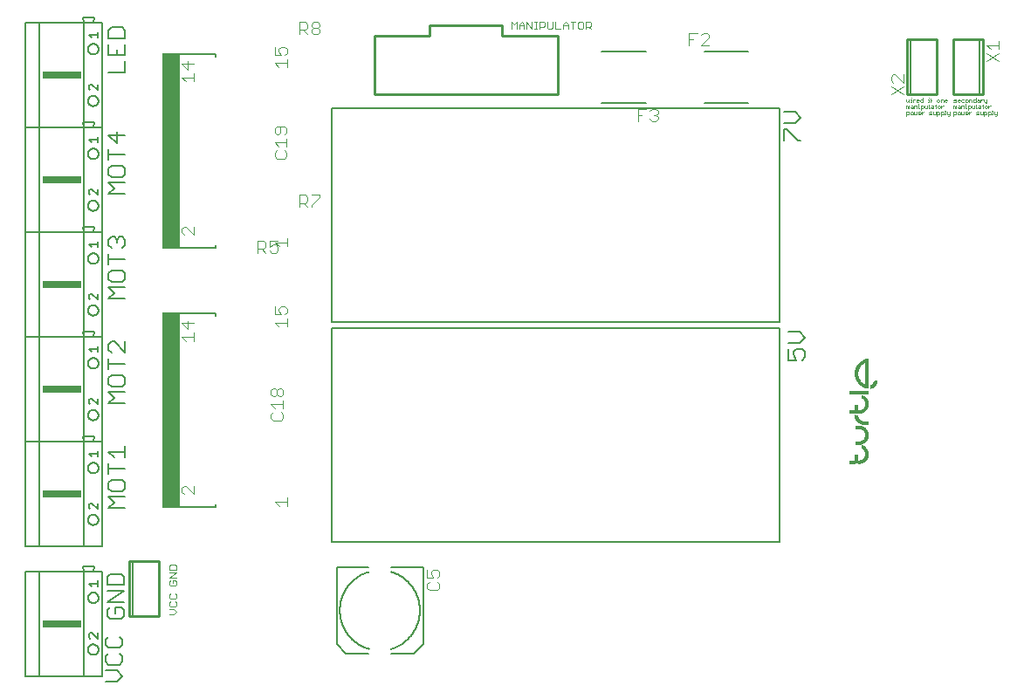
<source format=gtl>
G75*
%MOIN*%
%OFA0B0*%
%FSLAX25Y25*%
%IPPOS*%
%LPD*%
%AMOC8*
5,1,8,0,0,1.08239X$1,22.5*
%
%ADD10R,0.00040X0.00360*%
%ADD11R,0.00040X0.00600*%
%ADD12R,0.00040X0.00760*%
%ADD13R,0.00040X0.00920*%
%ADD14R,0.00040X0.01000*%
%ADD15R,0.00040X0.01120*%
%ADD16R,0.00040X0.01200*%
%ADD17R,0.00040X0.01280*%
%ADD18R,0.00040X0.01360*%
%ADD19R,0.00040X0.01440*%
%ADD20R,0.00040X0.01520*%
%ADD21R,0.00040X0.01560*%
%ADD22R,0.00040X0.01640*%
%ADD23R,0.00040X0.01680*%
%ADD24R,0.00040X0.01760*%
%ADD25R,0.00040X0.01800*%
%ADD26R,0.00040X0.01840*%
%ADD27R,0.00040X0.01880*%
%ADD28R,0.00040X0.01920*%
%ADD29R,0.00040X0.01960*%
%ADD30R,0.00040X0.02040*%
%ADD31R,0.00040X0.02080*%
%ADD32R,0.00040X0.02080*%
%ADD33R,0.00040X0.02120*%
%ADD34R,0.00040X0.02160*%
%ADD35R,0.00040X0.02200*%
%ADD36R,0.00040X0.02240*%
%ADD37R,0.00040X0.02280*%
%ADD38R,0.00040X0.02320*%
%ADD39R,0.00040X0.01800*%
%ADD40R,0.00040X0.01720*%
%ADD41R,0.00040X0.01640*%
%ADD42R,0.00040X0.01560*%
%ADD43R,0.00040X0.01520*%
%ADD44R,0.00040X0.01480*%
%ADD45R,0.00040X0.01400*%
%ADD46R,0.00040X0.01360*%
%ADD47R,0.00040X0.01320*%
%ADD48R,0.00040X0.01280*%
%ADD49R,0.00040X0.01240*%
%ADD50R,0.00040X0.01200*%
%ADD51R,0.00040X0.01240*%
%ADD52R,0.00040X0.01160*%
%ADD53R,0.00040X0.01160*%
%ADD54R,0.00040X0.00920*%
%ADD55R,0.00040X0.00920*%
%ADD56R,0.00040X0.11400*%
%ADD57R,0.00040X0.11440*%
%ADD58R,0.00040X0.11400*%
%ADD59R,0.00040X0.02040*%
%ADD60R,0.00040X0.02520*%
%ADD61R,0.00040X0.02520*%
%ADD62R,0.00040X0.11360*%
%ADD63R,0.00040X0.02760*%
%ADD64R,0.00040X0.02720*%
%ADD65R,0.00040X0.11360*%
%ADD66R,0.00040X0.02920*%
%ADD67R,0.00040X0.02920*%
%ADD68R,0.00040X0.03080*%
%ADD69R,0.00040X0.03240*%
%ADD70R,0.00040X0.03240*%
%ADD71R,0.00040X0.11320*%
%ADD72R,0.00040X0.03400*%
%ADD73R,0.00040X0.11320*%
%ADD74R,0.00040X0.03560*%
%ADD75R,0.00040X0.11280*%
%ADD76R,0.00040X0.03680*%
%ADD77R,0.00040X0.03640*%
%ADD78R,0.00040X0.03800*%
%ADD79R,0.00040X0.03920*%
%ADD80R,0.00040X0.03960*%
%ADD81R,0.00040X0.04040*%
%ADD82R,0.00040X0.04040*%
%ADD83R,0.00040X0.11240*%
%ADD84R,0.00040X0.04160*%
%ADD85R,0.00040X0.04120*%
%ADD86R,0.00040X0.11200*%
%ADD87R,0.00040X0.04280*%
%ADD88R,0.00040X0.04360*%
%ADD89R,0.00040X0.04480*%
%ADD90R,0.00040X0.04440*%
%ADD91R,0.00040X0.11160*%
%ADD92R,0.00040X0.04560*%
%ADD93R,0.00040X0.04600*%
%ADD94R,0.00040X0.11120*%
%ADD95R,0.00040X0.04640*%
%ADD96R,0.00040X0.04680*%
%ADD97R,0.00040X0.11120*%
%ADD98R,0.00040X0.04760*%
%ADD99R,0.00040X0.04840*%
%ADD100R,0.00040X0.04840*%
%ADD101R,0.00040X0.11080*%
%ADD102R,0.00040X0.04920*%
%ADD103R,0.00040X0.04920*%
%ADD104R,0.00040X0.11040*%
%ADD105R,0.00040X0.05000*%
%ADD106R,0.00040X0.11040*%
%ADD107R,0.00040X0.05080*%
%ADD108R,0.00040X0.05160*%
%ADD109R,0.00040X0.11000*%
%ADD110R,0.00040X0.05240*%
%ADD111R,0.00040X0.05240*%
%ADD112R,0.00040X0.10960*%
%ADD113R,0.00040X0.02240*%
%ADD114R,0.00040X0.02040*%
%ADD115R,0.00040X0.02040*%
%ADD116R,0.00040X0.02000*%
%ADD117R,0.00040X0.01920*%
%ADD118R,0.00040X0.01840*%
%ADD119R,0.00040X0.01840*%
%ADD120R,0.00040X0.01720*%
%ADD121R,0.00040X0.01680*%
%ADD122R,0.00040X0.01760*%
%ADD123R,0.00040X0.01720*%
%ADD124R,0.00040X0.01720*%
%ADD125R,0.00040X0.01240*%
%ADD126R,0.00040X0.01600*%
%ADD127R,0.00040X0.01520*%
%ADD128R,0.00040X0.01320*%
%ADD129R,0.00040X0.01440*%
%ADD130R,0.00040X0.01440*%
%ADD131R,0.00040X0.01480*%
%ADD132R,0.00040X0.01440*%
%ADD133R,0.00040X0.01320*%
%ADD134R,0.00040X0.01320*%
%ADD135R,0.00040X0.01400*%
%ADD136R,0.00040X0.01240*%
%ADD137R,0.00040X0.01640*%
%ADD138R,0.00040X0.01600*%
%ADD139R,0.00040X0.01880*%
%ADD140R,0.00040X0.01520*%
%ADD141R,0.00040X0.02360*%
%ADD142R,0.00040X0.02440*%
%ADD143R,0.00040X0.02560*%
%ADD144R,0.00040X0.02720*%
%ADD145R,0.00040X0.02880*%
%ADD146R,0.00040X0.03440*%
%ADD147R,0.00040X0.02120*%
%ADD148R,0.00040X0.03440*%
%ADD149R,0.00040X0.06880*%
%ADD150R,0.00040X0.03440*%
%ADD151R,0.00040X0.03440*%
%ADD152R,0.00040X0.06800*%
%ADD153R,0.00040X0.06680*%
%ADD154R,0.00040X0.02520*%
%ADD155R,0.00040X0.06560*%
%ADD156R,0.00040X0.02480*%
%ADD157R,0.00040X0.06440*%
%ADD158R,0.00040X0.02440*%
%ADD159R,0.00040X0.06320*%
%ADD160R,0.00040X0.02400*%
%ADD161R,0.00040X0.06200*%
%ADD162R,0.00040X0.02360*%
%ADD163R,0.00040X0.06080*%
%ADD164R,0.00040X0.02320*%
%ADD165R,0.00040X0.05960*%
%ADD166R,0.00040X0.05840*%
%ADD167R,0.00040X0.05680*%
%ADD168R,0.00040X0.05520*%
%ADD169R,0.00040X0.02120*%
%ADD170R,0.00040X0.05360*%
%ADD171R,0.00040X0.01960*%
%ADD172R,0.00040X0.04920*%
%ADD173R,0.00040X0.04720*%
%ADD174R,0.00040X0.04560*%
%ADD175R,0.00040X0.01640*%
%ADD176R,0.00040X0.03960*%
%ADD177R,0.00040X0.03720*%
%ADD178R,0.00040X0.03480*%
%ADD179R,0.00040X0.02960*%
%ADD180R,0.00040X0.02640*%
%ADD181R,0.00040X0.01080*%
%ADD182R,0.00040X0.00920*%
%ADD183R,0.00040X0.00600*%
%ADD184R,0.00040X0.00280*%
%ADD185C,0.00600*%
%ADD186C,0.00300*%
%ADD187C,0.00100*%
%ADD188C,0.00500*%
%ADD189C,0.00400*%
%ADD190C,0.01000*%
%ADD191R,0.06594X0.74606*%
%ADD192R,0.15000X0.03000*%
%ADD193C,0.00700*%
%ADD194C,0.00800*%
D10*
X0339240Y0129622D03*
D11*
X0339200Y0129502D03*
D12*
X0339160Y0129422D03*
X0330880Y0116342D03*
D13*
X0339120Y0129342D03*
D14*
X0339080Y0129302D03*
D15*
X0339040Y0129242D03*
D16*
X0339000Y0129202D03*
X0337000Y0127602D03*
X0334800Y0127762D03*
X0333200Y0118162D03*
X0333400Y0113962D03*
X0333200Y0112042D03*
X0333200Y0106242D03*
X0333000Y0106202D03*
X0333200Y0099002D03*
D17*
X0333560Y0099122D03*
X0333640Y0099162D03*
X0333680Y0099162D03*
X0333720Y0099202D03*
X0333760Y0099202D03*
X0333760Y0104562D03*
X0333720Y0104602D03*
X0333680Y0104602D03*
X0333640Y0104642D03*
X0333640Y0106402D03*
X0333720Y0106442D03*
X0333720Y0111842D03*
X0333760Y0111842D03*
X0333680Y0111882D03*
X0333640Y0111882D03*
X0333560Y0111922D03*
X0333160Y0114042D03*
X0333120Y0114082D03*
X0333080Y0114082D03*
X0333040Y0114122D03*
X0331040Y0116082D03*
X0333560Y0118282D03*
X0333640Y0118322D03*
X0333720Y0118362D03*
X0333760Y0123722D03*
X0333720Y0123762D03*
X0333680Y0123762D03*
X0333640Y0123802D03*
X0334840Y0127762D03*
X0334520Y0127882D03*
X0334440Y0127922D03*
X0334360Y0127962D03*
X0334320Y0127962D03*
X0334280Y0128002D03*
X0334120Y0128082D03*
X0337240Y0127682D03*
X0337280Y0127682D03*
X0337320Y0127722D03*
X0337360Y0127722D03*
X0338960Y0129162D03*
X0334360Y0137242D03*
X0334320Y0137242D03*
X0334240Y0137202D03*
X0334480Y0137322D03*
D18*
X0333960Y0137042D03*
X0333920Y0137002D03*
X0333880Y0137002D03*
X0333840Y0136962D03*
X0333720Y0136882D03*
X0333840Y0128242D03*
X0333880Y0128242D03*
X0333920Y0128202D03*
X0337480Y0127802D03*
X0337520Y0127842D03*
X0337560Y0127842D03*
X0338920Y0129122D03*
X0334040Y0123562D03*
X0333960Y0123602D03*
X0333920Y0123642D03*
X0333960Y0118482D03*
X0331080Y0116042D03*
X0332760Y0114282D03*
X0332880Y0114202D03*
X0333960Y0111722D03*
X0333920Y0104482D03*
X0333960Y0104442D03*
X0334040Y0104402D03*
X0333960Y0099322D03*
D19*
X0334160Y0104322D03*
X0334120Y0106682D03*
X0334160Y0106722D03*
X0334120Y0111602D03*
X0332680Y0114322D03*
X0332640Y0114362D03*
X0334120Y0118602D03*
X0335960Y0121082D03*
X0334160Y0123482D03*
X0333520Y0128482D03*
X0333480Y0128522D03*
X0337680Y0127962D03*
X0338880Y0129082D03*
X0333520Y0136722D03*
X0333560Y0136762D03*
X0333440Y0136682D03*
D20*
X0333280Y0128682D03*
X0333320Y0128642D03*
X0338840Y0129042D03*
X0334360Y0118802D03*
X0332480Y0114482D03*
X0334320Y0111442D03*
X0334360Y0111402D03*
X0334360Y0106882D03*
X0334320Y0106842D03*
X0334360Y0099642D03*
X0334320Y0099602D03*
D21*
X0334400Y0099662D03*
X0334400Y0104102D03*
X0334400Y0106942D03*
X0334400Y0111382D03*
X0334400Y0123262D03*
X0333200Y0128742D03*
X0338800Y0129022D03*
X0333200Y0136462D03*
D22*
X0332960Y0136222D03*
X0332920Y0129022D03*
X0332960Y0128982D03*
X0333040Y0128902D03*
X0338760Y0128982D03*
X0334520Y0118982D03*
X0332280Y0114702D03*
X0334520Y0111222D03*
X0334520Y0107062D03*
X0334520Y0103982D03*
X0334520Y0099822D03*
D23*
X0334560Y0103922D03*
X0332240Y0114722D03*
X0334560Y0123082D03*
X0337920Y0128202D03*
X0338720Y0128962D03*
X0332880Y0129082D03*
X0332840Y0129122D03*
X0332880Y0136162D03*
X0332920Y0136202D03*
D24*
X0332760Y0136002D03*
X0332720Y0135962D03*
X0332760Y0129202D03*
X0338680Y0128922D03*
X0334640Y0123002D03*
X0335920Y0121082D03*
X0334640Y0119122D03*
X0331280Y0115842D03*
X0332160Y0114842D03*
X0334640Y0111082D03*
X0335920Y0109162D03*
X0334640Y0103842D03*
X0334640Y0099962D03*
D25*
X0335920Y0101902D03*
X0334680Y0103782D03*
X0334640Y0107222D03*
X0334680Y0122942D03*
X0332720Y0129262D03*
X0332680Y0129302D03*
X0330920Y0132622D03*
X0332680Y0135902D03*
X0338640Y0128902D03*
D26*
X0338600Y0128882D03*
X0332600Y0135802D03*
D27*
X0332560Y0135742D03*
X0332560Y0129462D03*
X0338040Y0128382D03*
X0338560Y0128862D03*
X0334720Y0122862D03*
X0332120Y0114902D03*
X0334720Y0103702D03*
D28*
X0334720Y0100082D03*
X0334720Y0119242D03*
X0338520Y0128842D03*
X0332520Y0135682D03*
D29*
X0332480Y0135622D03*
X0332480Y0129582D03*
X0338480Y0128822D03*
X0334760Y0122782D03*
X0334760Y0103622D03*
D30*
X0335880Y0101902D03*
X0338080Y0128502D03*
X0338440Y0128782D03*
D31*
X0338400Y0128762D03*
X0334800Y0119402D03*
X0334800Y0110802D03*
X0334800Y0107482D03*
X0334800Y0100242D03*
D32*
X0331480Y0115682D03*
X0335880Y0121082D03*
X0338360Y0128762D03*
X0332360Y0135442D03*
D33*
X0332360Y0129782D03*
X0338320Y0128742D03*
D34*
X0338280Y0128722D03*
X0332320Y0129842D03*
X0332320Y0135362D03*
X0331560Y0115642D03*
D35*
X0334840Y0103422D03*
X0338240Y0128702D03*
D36*
X0338200Y0128682D03*
X0331600Y0115602D03*
D37*
X0331640Y0115582D03*
X0335840Y0109142D03*
X0335840Y0101902D03*
X0338160Y0128662D03*
X0332240Y0130022D03*
X0332240Y0135222D03*
D38*
X0338120Y0128642D03*
X0335840Y0121082D03*
X0331960Y0115282D03*
D39*
X0338000Y0128302D03*
D40*
X0337960Y0128262D03*
X0334560Y0119022D03*
X0331240Y0115862D03*
X0334560Y0099862D03*
D41*
X0334520Y0123142D03*
X0337880Y0128142D03*
D42*
X0337840Y0128102D03*
X0333160Y0128782D03*
X0333120Y0128822D03*
X0333080Y0128862D03*
X0334440Y0123222D03*
X0331160Y0115942D03*
X0334440Y0104062D03*
X0333120Y0136382D03*
X0333160Y0136422D03*
X0333240Y0136502D03*
D43*
X0337800Y0128042D03*
X0334400Y0118842D03*
D44*
X0334280Y0118742D03*
X0334240Y0118702D03*
X0331120Y0115982D03*
X0332520Y0114462D03*
X0332560Y0114422D03*
X0334240Y0111502D03*
X0334280Y0111462D03*
X0334280Y0106822D03*
X0334240Y0106782D03*
X0334280Y0104222D03*
X0334320Y0104182D03*
X0334280Y0099582D03*
X0334240Y0099542D03*
X0334320Y0123342D03*
X0334280Y0123382D03*
X0334240Y0123422D03*
X0333440Y0128542D03*
X0333360Y0128622D03*
X0337720Y0127982D03*
X0337760Y0128022D03*
X0333280Y0136542D03*
X0333320Y0136582D03*
X0333360Y0136622D03*
X0333480Y0136702D03*
D45*
X0333640Y0136822D03*
X0333680Y0136862D03*
X0333760Y0136902D03*
X0333640Y0128382D03*
X0333680Y0128342D03*
X0333720Y0128342D03*
X0333760Y0128302D03*
X0337640Y0127902D03*
X0334080Y0123542D03*
X0334120Y0123502D03*
X0334080Y0118582D03*
X0334040Y0118542D03*
X0332720Y0114302D03*
X0334040Y0111662D03*
X0334080Y0111622D03*
X0334160Y0111582D03*
X0335960Y0109142D03*
X0334080Y0106662D03*
X0334040Y0106622D03*
X0334080Y0104382D03*
X0334120Y0104342D03*
X0335960Y0101902D03*
X0334160Y0099462D03*
X0334120Y0099422D03*
X0334080Y0099422D03*
X0334040Y0099382D03*
D46*
X0334000Y0099362D03*
X0334000Y0104442D03*
X0334000Y0106602D03*
X0334000Y0111682D03*
X0332800Y0114242D03*
X0334000Y0118522D03*
X0334000Y0123602D03*
X0333800Y0128282D03*
X0337600Y0127882D03*
D47*
X0337440Y0127782D03*
X0334080Y0128102D03*
X0334040Y0128142D03*
X0333960Y0128182D03*
X0333840Y0123702D03*
X0333760Y0118382D03*
X0332920Y0114182D03*
X0332960Y0114142D03*
X0333840Y0111782D03*
X0333880Y0111782D03*
X0333920Y0111742D03*
X0333960Y0106582D03*
X0333920Y0106542D03*
X0333880Y0106542D03*
X0333840Y0106502D03*
X0333840Y0104542D03*
X0333880Y0104502D03*
X0333920Y0099302D03*
X0334040Y0137102D03*
X0334080Y0137102D03*
X0334120Y0137142D03*
X0334160Y0137142D03*
D48*
X0334400Y0137282D03*
X0334200Y0128042D03*
X0334400Y0127922D03*
X0334600Y0127842D03*
X0337400Y0127762D03*
X0333800Y0118402D03*
X0333000Y0114122D03*
X0333200Y0114042D03*
X0333800Y0111802D03*
X0333800Y0106482D03*
X0333800Y0099242D03*
D49*
X0333400Y0099062D03*
X0333400Y0106302D03*
X0333600Y0106382D03*
X0333600Y0111902D03*
X0333400Y0111982D03*
X0333400Y0118222D03*
X0333600Y0118302D03*
X0337200Y0127662D03*
X0334600Y0137382D03*
X0334800Y0137462D03*
D50*
X0337160Y0127642D03*
X0337040Y0127602D03*
X0336960Y0127562D03*
X0336920Y0127562D03*
X0336880Y0127562D03*
X0333440Y0118242D03*
X0333360Y0118202D03*
X0333320Y0118202D03*
X0333280Y0118202D03*
X0333240Y0118162D03*
X0333160Y0118162D03*
X0333080Y0118122D03*
X0333040Y0118122D03*
X0333440Y0113962D03*
X0333480Y0113922D03*
X0333520Y0113922D03*
X0333560Y0113922D03*
X0333680Y0113882D03*
X0333720Y0113882D03*
X0333280Y0112042D03*
X0333240Y0112042D03*
X0333320Y0112002D03*
X0333360Y0112002D03*
X0333080Y0112082D03*
X0333040Y0112082D03*
X0333440Y0106322D03*
X0333360Y0106282D03*
X0333320Y0106282D03*
X0333280Y0106282D03*
X0333240Y0106242D03*
X0333160Y0106242D03*
X0333040Y0106202D03*
X0333320Y0099042D03*
X0333360Y0099042D03*
X0333280Y0099002D03*
X0333240Y0099002D03*
X0333080Y0098962D03*
X0333040Y0098962D03*
D51*
X0333440Y0099062D03*
X0333480Y0099102D03*
X0333520Y0099102D03*
X0333560Y0106382D03*
X0333680Y0106422D03*
X0333440Y0111982D03*
X0333360Y0113982D03*
X0333320Y0113982D03*
X0333280Y0114022D03*
X0333240Y0114022D03*
X0333480Y0118262D03*
X0333520Y0118262D03*
X0334720Y0127782D03*
X0334760Y0127782D03*
X0334680Y0127822D03*
X0334640Y0127822D03*
X0334560Y0127862D03*
X0334480Y0127902D03*
X0337080Y0127622D03*
X0337120Y0127622D03*
X0334440Y0137302D03*
X0334640Y0137382D03*
X0334680Y0137422D03*
X0334720Y0137422D03*
X0334760Y0137422D03*
X0334840Y0137462D03*
D52*
X0330880Y0132622D03*
X0336840Y0127542D03*
X0335960Y0125502D03*
X0335920Y0125502D03*
X0335880Y0125502D03*
X0335840Y0125502D03*
X0335760Y0125502D03*
X0335720Y0125502D03*
X0335680Y0125502D03*
X0335640Y0125502D03*
X0335560Y0125502D03*
X0335520Y0125502D03*
X0335480Y0125502D03*
X0335440Y0125502D03*
X0335360Y0125502D03*
X0335320Y0125502D03*
X0335280Y0125502D03*
X0335240Y0125502D03*
X0335160Y0125502D03*
X0335120Y0125502D03*
X0335080Y0125502D03*
X0335040Y0125502D03*
X0334960Y0125502D03*
X0334920Y0125502D03*
X0334880Y0125502D03*
X0334840Y0125502D03*
X0334760Y0125502D03*
X0334720Y0125502D03*
X0334680Y0125502D03*
X0334640Y0125502D03*
X0334560Y0125502D03*
X0334520Y0125502D03*
X0334480Y0125502D03*
X0334440Y0125502D03*
X0334360Y0125502D03*
X0334320Y0125502D03*
X0334280Y0125502D03*
X0334240Y0125502D03*
X0334160Y0125502D03*
X0334120Y0125502D03*
X0334080Y0125502D03*
X0334040Y0125502D03*
X0333960Y0125502D03*
X0333920Y0125502D03*
X0333880Y0125502D03*
X0333840Y0125502D03*
X0333760Y0125502D03*
X0333720Y0125502D03*
X0333680Y0125502D03*
X0333640Y0125502D03*
X0333560Y0125502D03*
X0333520Y0125502D03*
X0333480Y0125502D03*
X0333440Y0125502D03*
X0333360Y0125502D03*
X0333320Y0125502D03*
X0333280Y0125502D03*
X0333240Y0125502D03*
X0333160Y0125502D03*
X0333120Y0125502D03*
X0333080Y0125502D03*
X0333040Y0125502D03*
X0332960Y0125502D03*
X0332920Y0125502D03*
X0332880Y0125502D03*
X0332840Y0125502D03*
X0332760Y0125502D03*
X0332720Y0125502D03*
X0332680Y0125502D03*
X0332640Y0125502D03*
X0332560Y0125502D03*
X0332520Y0125502D03*
X0332480Y0125502D03*
X0332440Y0125502D03*
X0332360Y0125502D03*
X0332320Y0125502D03*
X0332280Y0125502D03*
X0332240Y0125502D03*
X0332160Y0125502D03*
X0332120Y0125502D03*
X0332080Y0125502D03*
X0332040Y0125502D03*
X0331960Y0125502D03*
X0331920Y0125502D03*
X0331880Y0125502D03*
X0331840Y0125502D03*
X0331760Y0125502D03*
X0331720Y0125502D03*
X0331680Y0125502D03*
X0331640Y0125502D03*
X0331560Y0125502D03*
X0331520Y0125502D03*
X0331480Y0125502D03*
X0331440Y0125502D03*
X0331360Y0125502D03*
X0331320Y0125502D03*
X0331280Y0125502D03*
X0331240Y0125502D03*
X0331160Y0125502D03*
X0331120Y0125502D03*
X0331080Y0125502D03*
X0331040Y0125502D03*
X0330960Y0125502D03*
X0330920Y0125502D03*
X0330880Y0125502D03*
X0330840Y0125502D03*
X0330760Y0125502D03*
X0330720Y0125502D03*
X0330680Y0125502D03*
X0330640Y0125502D03*
X0330560Y0125502D03*
X0330520Y0125502D03*
X0330480Y0125502D03*
X0330440Y0125502D03*
X0330360Y0125502D03*
X0330320Y0125502D03*
X0330280Y0125502D03*
X0330240Y0125502D03*
X0330160Y0125502D03*
X0330120Y0125502D03*
X0330080Y0125502D03*
X0330040Y0125502D03*
X0329960Y0125502D03*
X0329920Y0125502D03*
X0329880Y0125502D03*
X0329840Y0125502D03*
X0329760Y0125502D03*
X0329720Y0125502D03*
X0329680Y0125502D03*
X0329640Y0125502D03*
X0329560Y0125502D03*
X0329520Y0125502D03*
X0329480Y0125502D03*
X0329440Y0125502D03*
X0329360Y0125502D03*
X0329320Y0125502D03*
X0329280Y0125502D03*
X0329240Y0125502D03*
X0329160Y0125502D03*
X0329120Y0125502D03*
X0329080Y0125502D03*
X0329040Y0125502D03*
X0328960Y0125502D03*
X0328920Y0125502D03*
X0328880Y0125502D03*
X0328840Y0125502D03*
X0328760Y0125502D03*
X0328760Y0118062D03*
X0328840Y0118062D03*
X0328880Y0118062D03*
X0328920Y0118062D03*
X0328960Y0118062D03*
X0329040Y0118062D03*
X0329080Y0118062D03*
X0329120Y0118062D03*
X0329160Y0118062D03*
X0329240Y0118062D03*
X0329280Y0118062D03*
X0329320Y0118062D03*
X0329360Y0118062D03*
X0329440Y0118062D03*
X0329480Y0118062D03*
X0329520Y0118062D03*
X0329560Y0118062D03*
X0329640Y0118062D03*
X0329680Y0118062D03*
X0329720Y0118062D03*
X0329760Y0118062D03*
X0329840Y0118062D03*
X0329880Y0118062D03*
X0329920Y0118062D03*
X0329960Y0118062D03*
X0330040Y0118062D03*
X0330080Y0118062D03*
X0330120Y0118062D03*
X0330160Y0118062D03*
X0330240Y0118062D03*
X0330280Y0118062D03*
X0330320Y0118062D03*
X0330360Y0118062D03*
X0330440Y0118062D03*
X0330480Y0118062D03*
X0330520Y0118062D03*
X0330560Y0118062D03*
X0330640Y0118062D03*
X0330680Y0118062D03*
X0330720Y0118062D03*
X0330760Y0118062D03*
X0330840Y0118062D03*
X0332040Y0118062D03*
X0332080Y0118062D03*
X0332120Y0118062D03*
X0332160Y0118062D03*
X0332240Y0118062D03*
X0332280Y0118062D03*
X0332320Y0118062D03*
X0332360Y0118062D03*
X0332440Y0118062D03*
X0332480Y0118062D03*
X0332520Y0118062D03*
X0332560Y0118062D03*
X0332640Y0118062D03*
X0332680Y0118062D03*
X0332720Y0118062D03*
X0332760Y0118062D03*
X0332840Y0118102D03*
X0332880Y0118102D03*
X0332920Y0118102D03*
X0332960Y0118102D03*
X0333120Y0118142D03*
X0333640Y0113902D03*
X0333760Y0113862D03*
X0333840Y0113862D03*
X0333880Y0113862D03*
X0333920Y0113862D03*
X0333960Y0113822D03*
X0334040Y0113822D03*
X0334080Y0113822D03*
X0334120Y0113822D03*
X0334160Y0113822D03*
X0334240Y0113822D03*
X0334280Y0113822D03*
X0334320Y0113822D03*
X0334360Y0113822D03*
X0334440Y0113822D03*
X0334480Y0113822D03*
X0334520Y0113822D03*
X0334560Y0113822D03*
X0334640Y0113822D03*
X0334680Y0113822D03*
X0334720Y0113822D03*
X0334760Y0113822D03*
X0334840Y0113822D03*
X0334880Y0113822D03*
X0334920Y0113822D03*
X0334960Y0113822D03*
X0335040Y0113822D03*
X0335080Y0113822D03*
X0335120Y0113822D03*
X0335160Y0113822D03*
X0335240Y0113822D03*
X0335280Y0113822D03*
X0335320Y0113822D03*
X0335360Y0113822D03*
X0335440Y0113822D03*
X0335480Y0113822D03*
X0335520Y0113822D03*
X0335560Y0113822D03*
X0335640Y0113822D03*
X0335680Y0113822D03*
X0335720Y0113822D03*
X0335760Y0113822D03*
X0335840Y0113822D03*
X0335880Y0113822D03*
X0335920Y0113822D03*
X0335960Y0113822D03*
X0333160Y0112062D03*
X0333120Y0112062D03*
X0332960Y0112102D03*
X0332920Y0112102D03*
X0332880Y0112102D03*
X0332840Y0112102D03*
X0332760Y0112142D03*
X0332720Y0112142D03*
X0332680Y0112142D03*
X0332640Y0112142D03*
X0332560Y0112142D03*
X0332520Y0112142D03*
X0332480Y0112142D03*
X0332440Y0112142D03*
X0332360Y0112142D03*
X0332320Y0112142D03*
X0332280Y0112142D03*
X0332240Y0112142D03*
X0332160Y0112142D03*
X0332120Y0112142D03*
X0332080Y0112142D03*
X0332040Y0112142D03*
X0331960Y0112142D03*
X0331920Y0112142D03*
X0331880Y0112142D03*
X0331840Y0112142D03*
X0331760Y0112142D03*
X0331720Y0112142D03*
X0331680Y0112142D03*
X0331640Y0112142D03*
X0331560Y0112142D03*
X0331520Y0112142D03*
X0331480Y0112142D03*
X0331440Y0112142D03*
X0331360Y0112142D03*
X0331320Y0112142D03*
X0331280Y0112142D03*
X0331240Y0112142D03*
X0331160Y0112142D03*
X0331120Y0112142D03*
X0331080Y0112142D03*
X0331080Y0106142D03*
X0331120Y0106142D03*
X0331160Y0106142D03*
X0331240Y0106142D03*
X0331280Y0106142D03*
X0331320Y0106142D03*
X0331360Y0106142D03*
X0331440Y0106142D03*
X0331480Y0106142D03*
X0331520Y0106142D03*
X0331560Y0106142D03*
X0331640Y0106142D03*
X0331680Y0106142D03*
X0331720Y0106142D03*
X0331760Y0106142D03*
X0331840Y0106142D03*
X0331880Y0106142D03*
X0331920Y0106142D03*
X0331960Y0106142D03*
X0332040Y0106142D03*
X0332080Y0106142D03*
X0332120Y0106142D03*
X0332160Y0106142D03*
X0332240Y0106142D03*
X0332280Y0106142D03*
X0332320Y0106142D03*
X0332360Y0106142D03*
X0332440Y0106142D03*
X0332480Y0106142D03*
X0332520Y0106142D03*
X0332560Y0106142D03*
X0332640Y0106142D03*
X0332680Y0106142D03*
X0332720Y0106142D03*
X0332760Y0106142D03*
X0332840Y0106182D03*
X0332880Y0106182D03*
X0332920Y0106182D03*
X0332960Y0106182D03*
X0333080Y0106222D03*
X0333120Y0106222D03*
X0333120Y0098982D03*
X0333160Y0098982D03*
X0332960Y0098942D03*
X0332920Y0098942D03*
X0332880Y0098942D03*
X0332840Y0098942D03*
X0332760Y0098902D03*
X0332720Y0098902D03*
X0332680Y0098902D03*
X0332640Y0098902D03*
X0332560Y0098902D03*
X0332520Y0098902D03*
X0332480Y0098902D03*
X0332440Y0098902D03*
X0332360Y0098902D03*
X0332320Y0098902D03*
X0332280Y0098902D03*
X0332240Y0098902D03*
X0332160Y0098902D03*
X0332120Y0098902D03*
X0332080Y0098902D03*
X0332040Y0098902D03*
X0330840Y0098902D03*
X0330760Y0098902D03*
X0330720Y0098902D03*
X0330680Y0098902D03*
X0330640Y0098902D03*
X0330560Y0098902D03*
X0330520Y0098902D03*
X0330480Y0098902D03*
X0330440Y0098902D03*
X0330360Y0098902D03*
X0330320Y0098902D03*
X0330280Y0098902D03*
X0330240Y0098902D03*
X0330160Y0098902D03*
X0330120Y0098902D03*
X0330080Y0098902D03*
X0330040Y0098902D03*
X0329960Y0098902D03*
X0329920Y0098902D03*
X0329880Y0098902D03*
X0329840Y0098902D03*
X0329760Y0098902D03*
X0329720Y0098902D03*
X0329680Y0098902D03*
X0329640Y0098902D03*
X0329560Y0098902D03*
X0329520Y0098902D03*
X0329480Y0098902D03*
X0329440Y0098902D03*
X0329360Y0098902D03*
X0329320Y0098902D03*
X0329280Y0098902D03*
X0329240Y0098902D03*
X0329160Y0098902D03*
X0329120Y0098902D03*
X0329080Y0098902D03*
X0329040Y0098902D03*
X0328960Y0098902D03*
X0328920Y0098902D03*
X0328880Y0098902D03*
X0328840Y0098902D03*
X0328760Y0098902D03*
D53*
X0328800Y0098902D03*
X0329000Y0098902D03*
X0329200Y0098902D03*
X0329400Y0098902D03*
X0329600Y0098902D03*
X0329800Y0098902D03*
X0330000Y0098902D03*
X0330200Y0098902D03*
X0330400Y0098902D03*
X0330600Y0098902D03*
X0330800Y0098902D03*
X0332200Y0098902D03*
X0332400Y0098902D03*
X0332600Y0098902D03*
X0332800Y0098902D03*
X0333000Y0098942D03*
X0332600Y0106142D03*
X0332400Y0106142D03*
X0332200Y0106142D03*
X0332000Y0106142D03*
X0331800Y0106142D03*
X0331600Y0106142D03*
X0331400Y0106142D03*
X0331200Y0106142D03*
X0332800Y0106182D03*
X0333000Y0112102D03*
X0332800Y0112142D03*
X0332600Y0112142D03*
X0332400Y0112142D03*
X0332200Y0112142D03*
X0332000Y0112142D03*
X0331800Y0112142D03*
X0331600Y0112142D03*
X0331400Y0112142D03*
X0331200Y0112142D03*
X0333600Y0113902D03*
X0333800Y0113862D03*
X0334000Y0113822D03*
X0334200Y0113822D03*
X0334400Y0113822D03*
X0334600Y0113822D03*
X0334800Y0113822D03*
X0335000Y0113822D03*
X0335200Y0113822D03*
X0335400Y0113822D03*
X0335600Y0113822D03*
X0335800Y0113822D03*
X0333000Y0118102D03*
X0332800Y0118062D03*
X0332600Y0118062D03*
X0332400Y0118062D03*
X0332200Y0118062D03*
X0330800Y0118062D03*
X0330600Y0118062D03*
X0330400Y0118062D03*
X0330200Y0118062D03*
X0330000Y0118062D03*
X0329800Y0118062D03*
X0329600Y0118062D03*
X0329400Y0118062D03*
X0329200Y0118062D03*
X0329000Y0118062D03*
X0328800Y0118062D03*
X0331000Y0116142D03*
X0331000Y0125502D03*
X0330800Y0125502D03*
X0330600Y0125502D03*
X0330400Y0125502D03*
X0330200Y0125502D03*
X0330000Y0125502D03*
X0329800Y0125502D03*
X0329600Y0125502D03*
X0329400Y0125502D03*
X0329200Y0125502D03*
X0329000Y0125502D03*
X0328800Y0125502D03*
X0331200Y0125502D03*
X0331400Y0125502D03*
X0331600Y0125502D03*
X0331800Y0125502D03*
X0332000Y0125502D03*
X0332200Y0125502D03*
X0332400Y0125502D03*
X0332600Y0125502D03*
X0332800Y0125502D03*
X0333000Y0125502D03*
X0333200Y0125502D03*
X0333400Y0125502D03*
X0333600Y0125502D03*
X0333800Y0125502D03*
X0334000Y0125502D03*
X0334200Y0125502D03*
X0334400Y0125502D03*
X0334600Y0125502D03*
X0334800Y0125502D03*
X0335000Y0125502D03*
X0335200Y0125502D03*
X0335400Y0125502D03*
X0335600Y0125502D03*
X0335800Y0125502D03*
X0336000Y0125502D03*
X0336800Y0127542D03*
D54*
X0336000Y0109142D03*
X0336000Y0101902D03*
D55*
X0336000Y0121062D03*
D56*
X0336000Y0132622D03*
D57*
X0335960Y0132602D03*
D58*
X0335920Y0132622D03*
X0335880Y0132622D03*
X0335840Y0132622D03*
D59*
X0335880Y0109142D03*
D60*
X0335800Y0109142D03*
X0335800Y0101902D03*
D61*
X0335800Y0121062D03*
D62*
X0335800Y0132602D03*
D63*
X0335760Y0121062D03*
X0335760Y0101902D03*
D64*
X0335760Y0109162D03*
D65*
X0335760Y0132602D03*
X0335720Y0132602D03*
X0335680Y0132602D03*
D66*
X0335720Y0109142D03*
X0335720Y0101902D03*
D67*
X0335720Y0121062D03*
X0332040Y0134662D03*
D68*
X0335680Y0121062D03*
X0335680Y0109142D03*
X0335680Y0101902D03*
D69*
X0335640Y0101902D03*
X0335640Y0121062D03*
X0331080Y0132622D03*
D70*
X0335640Y0109142D03*
D71*
X0335640Y0132622D03*
D72*
X0335600Y0121062D03*
X0335600Y0109142D03*
X0335600Y0101902D03*
D73*
X0335600Y0132622D03*
D74*
X0335560Y0121062D03*
X0335560Y0109142D03*
X0335560Y0101902D03*
D75*
X0335560Y0132602D03*
X0335520Y0132602D03*
X0335480Y0132602D03*
X0335440Y0132602D03*
D76*
X0335520Y0109162D03*
X0335520Y0101882D03*
D77*
X0335520Y0121062D03*
D78*
X0335480Y0121062D03*
X0335480Y0109142D03*
X0335480Y0101902D03*
D79*
X0335440Y0101882D03*
D80*
X0335440Y0109142D03*
X0335440Y0121062D03*
D81*
X0335400Y0121062D03*
X0335400Y0101902D03*
D82*
X0335400Y0109142D03*
D83*
X0335400Y0132622D03*
D84*
X0331240Y0132602D03*
X0335360Y0109162D03*
X0335360Y0101882D03*
D85*
X0335360Y0121062D03*
D86*
X0335360Y0132602D03*
X0335320Y0132602D03*
X0335280Y0132602D03*
D87*
X0335320Y0121062D03*
X0335320Y0109142D03*
X0335320Y0101902D03*
D88*
X0335280Y0101902D03*
X0335280Y0109142D03*
X0335280Y0121062D03*
X0331280Y0132622D03*
D89*
X0335240Y0109162D03*
X0335240Y0101882D03*
D90*
X0335240Y0121062D03*
D91*
X0335240Y0132622D03*
D92*
X0335200Y0121042D03*
X0335200Y0101882D03*
D93*
X0335200Y0109142D03*
D94*
X0335200Y0132602D03*
D95*
X0335160Y0101882D03*
D96*
X0335160Y0109142D03*
X0335160Y0121062D03*
D97*
X0335160Y0132602D03*
X0335120Y0132602D03*
D98*
X0335120Y0121062D03*
X0335120Y0109142D03*
X0335120Y0101902D03*
D99*
X0335080Y0101902D03*
X0335080Y0121062D03*
D100*
X0335080Y0109142D03*
D101*
X0335080Y0132622D03*
D102*
X0335040Y0109142D03*
X0335040Y0101902D03*
D103*
X0335040Y0121062D03*
D104*
X0335040Y0132602D03*
X0334960Y0132602D03*
D105*
X0335000Y0121062D03*
X0335000Y0109142D03*
X0335000Y0101902D03*
D106*
X0335000Y0132602D03*
D107*
X0331440Y0132622D03*
X0334960Y0121062D03*
X0334960Y0109142D03*
X0334960Y0101902D03*
D108*
X0334920Y0101902D03*
X0334920Y0109142D03*
X0334920Y0121062D03*
D109*
X0334920Y0132622D03*
D110*
X0331480Y0132622D03*
X0334880Y0121062D03*
X0334880Y0101902D03*
D111*
X0334880Y0109142D03*
D112*
X0334880Y0132602D03*
D113*
X0332280Y0129922D03*
X0330960Y0132602D03*
X0332280Y0135282D03*
X0334840Y0122602D03*
X0334840Y0119522D03*
X0334840Y0110682D03*
X0334840Y0107602D03*
X0334840Y0100362D03*
D114*
X0334800Y0103542D03*
D115*
X0334800Y0122702D03*
X0332400Y0129702D03*
X0332400Y0135502D03*
D116*
X0332440Y0135562D03*
X0332440Y0129642D03*
X0334760Y0119322D03*
X0331440Y0115722D03*
X0332040Y0115042D03*
X0334760Y0110882D03*
X0334760Y0107402D03*
X0334760Y0100162D03*
D117*
X0334720Y0107322D03*
X0334720Y0110962D03*
X0332080Y0114962D03*
X0331360Y0115762D03*
X0332520Y0129522D03*
D118*
X0332640Y0135842D03*
X0334680Y0100042D03*
D119*
X0334680Y0107282D03*
X0334680Y0111002D03*
X0331320Y0115802D03*
X0334680Y0119202D03*
X0332640Y0129362D03*
D120*
X0332200Y0114782D03*
X0334600Y0111142D03*
X0334600Y0099902D03*
D121*
X0334600Y0103882D03*
X0334600Y0123042D03*
D122*
X0332800Y0129162D03*
X0334600Y0107162D03*
D123*
X0334600Y0119062D03*
X0332800Y0136062D03*
D124*
X0332840Y0136102D03*
X0334560Y0111182D03*
X0334560Y0107102D03*
D125*
X0333520Y0106342D03*
X0333480Y0106342D03*
X0333480Y0111942D03*
X0333520Y0111942D03*
X0333680Y0118342D03*
X0334520Y0137342D03*
X0334560Y0137342D03*
D126*
X0333080Y0136362D03*
X0333040Y0136322D03*
X0334480Y0123202D03*
X0334480Y0118922D03*
X0334440Y0118882D03*
X0332320Y0114642D03*
X0332360Y0114602D03*
X0334440Y0111322D03*
X0334480Y0111282D03*
X0334480Y0107002D03*
X0334440Y0106962D03*
X0334480Y0104042D03*
X0334480Y0099762D03*
X0334440Y0099722D03*
D127*
X0334360Y0104162D03*
X0332440Y0114522D03*
X0334320Y0118762D03*
X0334360Y0123322D03*
X0333240Y0128722D03*
D128*
X0334160Y0128062D03*
X0334240Y0128022D03*
X0333880Y0123662D03*
X0333880Y0118462D03*
X0333920Y0118462D03*
X0333840Y0118422D03*
X0332840Y0114222D03*
X0333760Y0106462D03*
X0333840Y0099262D03*
X0333880Y0099262D03*
X0334280Y0137222D03*
D129*
X0333560Y0128442D03*
X0334160Y0118642D03*
X0334240Y0104242D03*
D130*
X0334200Y0104282D03*
X0334200Y0106762D03*
X0334200Y0099482D03*
X0332600Y0114402D03*
X0334200Y0118682D03*
X0333600Y0136802D03*
D131*
X0333400Y0128582D03*
X0334200Y0111542D03*
D132*
X0334200Y0123442D03*
X0333400Y0136642D03*
D133*
X0334200Y0137182D03*
X0334000Y0128142D03*
X0333800Y0123702D03*
X0333800Y0104542D03*
D134*
X0334000Y0137062D03*
D135*
X0333800Y0136942D03*
X0333600Y0128422D03*
D136*
X0333600Y0099142D03*
D137*
X0333000Y0128942D03*
D138*
X0333000Y0136282D03*
D139*
X0332600Y0129422D03*
D140*
X0332400Y0114562D03*
D141*
X0332200Y0130102D03*
X0332200Y0135142D03*
D142*
X0332160Y0135022D03*
X0332160Y0130182D03*
D143*
X0332120Y0130282D03*
X0332120Y0134922D03*
X0331920Y0115442D03*
D144*
X0332080Y0130402D03*
X0332080Y0134802D03*
D145*
X0332040Y0130562D03*
D146*
X0332000Y0100042D03*
X0331800Y0100042D03*
X0331600Y0100042D03*
X0331400Y0100042D03*
X0331200Y0100042D03*
X0331000Y0100042D03*
D147*
X0332000Y0115142D03*
D148*
X0332000Y0119202D03*
X0331800Y0119202D03*
X0331600Y0119202D03*
X0331400Y0119202D03*
X0331200Y0119202D03*
X0331000Y0119202D03*
D149*
X0332000Y0132602D03*
D150*
X0331960Y0100042D03*
X0331920Y0100042D03*
X0331880Y0100042D03*
X0331840Y0100042D03*
X0331760Y0100042D03*
X0331720Y0100042D03*
X0331680Y0100042D03*
X0331640Y0100042D03*
X0331560Y0100042D03*
X0331520Y0100042D03*
X0331480Y0100042D03*
X0331440Y0100042D03*
X0331360Y0100042D03*
X0331320Y0100042D03*
X0331280Y0100042D03*
X0331240Y0100042D03*
X0331160Y0100042D03*
X0331120Y0100042D03*
X0331080Y0100042D03*
X0331040Y0100042D03*
X0330960Y0100042D03*
X0330920Y0100042D03*
X0330880Y0100042D03*
D151*
X0330880Y0119202D03*
X0330920Y0119202D03*
X0330960Y0119202D03*
X0331040Y0119202D03*
X0331080Y0119202D03*
X0331120Y0119202D03*
X0331160Y0119202D03*
X0331240Y0119202D03*
X0331280Y0119202D03*
X0331320Y0119202D03*
X0331360Y0119202D03*
X0331440Y0119202D03*
X0331480Y0119202D03*
X0331520Y0119202D03*
X0331560Y0119202D03*
X0331640Y0119202D03*
X0331680Y0119202D03*
X0331720Y0119202D03*
X0331760Y0119202D03*
X0331840Y0119202D03*
X0331880Y0119202D03*
X0331920Y0119202D03*
X0331960Y0119202D03*
D152*
X0331960Y0132602D03*
D153*
X0331920Y0132622D03*
D154*
X0331880Y0115462D03*
D155*
X0331880Y0132602D03*
D156*
X0331840Y0115482D03*
D157*
X0331840Y0132622D03*
D158*
X0331800Y0115502D03*
D159*
X0331800Y0132602D03*
D160*
X0331760Y0115522D03*
D161*
X0331760Y0132622D03*
D162*
X0331720Y0115542D03*
D163*
X0331720Y0132602D03*
D164*
X0331680Y0115562D03*
D165*
X0331680Y0132622D03*
D166*
X0331640Y0132602D03*
D167*
X0331600Y0132602D03*
D168*
X0331560Y0132602D03*
D169*
X0331520Y0115662D03*
D170*
X0331520Y0132602D03*
D171*
X0331400Y0115742D03*
D172*
X0331400Y0132622D03*
D173*
X0331360Y0132602D03*
D174*
X0331320Y0132602D03*
D175*
X0331200Y0115902D03*
D176*
X0331200Y0132622D03*
D177*
X0331160Y0132622D03*
D178*
X0331120Y0132622D03*
D179*
X0331040Y0132602D03*
D180*
X0331000Y0132602D03*
D181*
X0330960Y0116182D03*
D182*
X0330920Y0116262D03*
D183*
X0330840Y0116422D03*
D184*
X0330800Y0116582D03*
D185*
X0019300Y0017202D02*
X0013800Y0017202D01*
X0013800Y0057202D01*
X0019300Y0057202D01*
X0036300Y0057202D01*
X0036300Y0017202D01*
X0019300Y0017202D01*
X0019300Y0057202D01*
X0019300Y0066802D02*
X0013800Y0066802D01*
X0013800Y0106802D01*
X0019300Y0106802D01*
X0019300Y0146802D01*
X0013800Y0146802D01*
X0013800Y0186802D01*
X0019300Y0186802D01*
X0019300Y0226802D01*
X0036300Y0226802D01*
X0036300Y0186802D01*
X0019300Y0186802D01*
X0036300Y0186802D01*
X0043300Y0186802D01*
X0043300Y0226802D01*
X0039800Y0226802D01*
X0036300Y0226802D01*
X0035800Y0228802D01*
X0040300Y0228802D01*
X0039800Y0226802D01*
X0043300Y0226802D02*
X0036300Y0226802D01*
X0019300Y0226802D01*
X0013800Y0226802D01*
X0013800Y0186802D01*
X0019300Y0186802D01*
X0019300Y0146802D01*
X0036300Y0146802D01*
X0036300Y0186802D01*
X0039800Y0186802D01*
X0043300Y0186802D01*
X0043300Y0146802D01*
X0036300Y0146802D01*
X0019300Y0146802D01*
X0013800Y0146802D01*
X0013800Y0106802D01*
X0019300Y0106802D01*
X0036300Y0106802D01*
X0036300Y0146802D01*
X0039800Y0146802D01*
X0043300Y0146802D01*
X0043300Y0106802D01*
X0036300Y0106802D01*
X0019300Y0106802D01*
X0019300Y0066802D01*
X0036300Y0066802D01*
X0036300Y0106802D01*
X0039800Y0106802D01*
X0043300Y0106802D01*
X0043300Y0066802D01*
X0036300Y0066802D01*
X0035800Y0059202D02*
X0036300Y0057202D01*
X0039800Y0057202D01*
X0043300Y0057202D01*
X0043300Y0017202D01*
X0036300Y0017202D01*
X0044595Y0019336D02*
X0048865Y0019336D01*
X0051000Y0017201D01*
X0048865Y0015066D01*
X0044595Y0015066D01*
X0045662Y0021511D02*
X0049932Y0021511D01*
X0051000Y0022579D01*
X0051000Y0024714D01*
X0049932Y0025782D01*
X0049932Y0027957D02*
X0045662Y0027957D01*
X0044595Y0029024D01*
X0044595Y0031160D01*
X0045662Y0032227D01*
X0049932Y0032227D02*
X0051000Y0031160D01*
X0051000Y0029024D01*
X0049932Y0027957D01*
X0045662Y0025782D02*
X0044595Y0024714D01*
X0044595Y0022579D01*
X0045662Y0021511D01*
X0037800Y0027302D02*
X0037802Y0027391D01*
X0037808Y0027480D01*
X0037818Y0027569D01*
X0037832Y0027657D01*
X0037849Y0027744D01*
X0037871Y0027830D01*
X0037897Y0027916D01*
X0037926Y0028000D01*
X0037959Y0028083D01*
X0037995Y0028164D01*
X0038036Y0028244D01*
X0038079Y0028321D01*
X0038126Y0028397D01*
X0038177Y0028470D01*
X0038230Y0028541D01*
X0038287Y0028610D01*
X0038347Y0028676D01*
X0038410Y0028740D01*
X0038475Y0028800D01*
X0038543Y0028858D01*
X0038614Y0028912D01*
X0038687Y0028963D01*
X0038762Y0029011D01*
X0038839Y0029056D01*
X0038918Y0029097D01*
X0038999Y0029134D01*
X0039081Y0029168D01*
X0039165Y0029199D01*
X0039250Y0029225D01*
X0039336Y0029248D01*
X0039423Y0029266D01*
X0039511Y0029281D01*
X0039600Y0029292D01*
X0039689Y0029299D01*
X0039778Y0029302D01*
X0039867Y0029301D01*
X0039956Y0029296D01*
X0040044Y0029287D01*
X0040133Y0029274D01*
X0040220Y0029257D01*
X0040307Y0029237D01*
X0040393Y0029212D01*
X0040477Y0029184D01*
X0040560Y0029152D01*
X0040642Y0029116D01*
X0040722Y0029077D01*
X0040800Y0029034D01*
X0040876Y0028988D01*
X0040950Y0028938D01*
X0041022Y0028885D01*
X0041091Y0028829D01*
X0041158Y0028770D01*
X0041222Y0028708D01*
X0041283Y0028644D01*
X0041342Y0028576D01*
X0041397Y0028506D01*
X0041449Y0028434D01*
X0041498Y0028359D01*
X0041543Y0028283D01*
X0041585Y0028204D01*
X0041623Y0028124D01*
X0041658Y0028042D01*
X0041689Y0027958D01*
X0041717Y0027873D01*
X0041740Y0027787D01*
X0041760Y0027700D01*
X0041776Y0027613D01*
X0041788Y0027524D01*
X0041796Y0027436D01*
X0041800Y0027347D01*
X0041800Y0027257D01*
X0041796Y0027168D01*
X0041788Y0027080D01*
X0041776Y0026991D01*
X0041760Y0026904D01*
X0041740Y0026817D01*
X0041717Y0026731D01*
X0041689Y0026646D01*
X0041658Y0026562D01*
X0041623Y0026480D01*
X0041585Y0026400D01*
X0041543Y0026321D01*
X0041498Y0026245D01*
X0041449Y0026170D01*
X0041397Y0026098D01*
X0041342Y0026028D01*
X0041283Y0025960D01*
X0041222Y0025896D01*
X0041158Y0025834D01*
X0041091Y0025775D01*
X0041022Y0025719D01*
X0040950Y0025666D01*
X0040876Y0025616D01*
X0040800Y0025570D01*
X0040722Y0025527D01*
X0040642Y0025488D01*
X0040560Y0025452D01*
X0040477Y0025420D01*
X0040393Y0025392D01*
X0040307Y0025367D01*
X0040220Y0025347D01*
X0040133Y0025330D01*
X0040044Y0025317D01*
X0039956Y0025308D01*
X0039867Y0025303D01*
X0039778Y0025302D01*
X0039689Y0025305D01*
X0039600Y0025312D01*
X0039511Y0025323D01*
X0039423Y0025338D01*
X0039336Y0025356D01*
X0039250Y0025379D01*
X0039165Y0025405D01*
X0039081Y0025436D01*
X0038999Y0025470D01*
X0038918Y0025507D01*
X0038839Y0025548D01*
X0038762Y0025593D01*
X0038687Y0025641D01*
X0038614Y0025692D01*
X0038543Y0025746D01*
X0038475Y0025804D01*
X0038410Y0025864D01*
X0038347Y0025928D01*
X0038287Y0025994D01*
X0038230Y0026063D01*
X0038177Y0026134D01*
X0038126Y0026207D01*
X0038079Y0026283D01*
X0038036Y0026360D01*
X0037995Y0026440D01*
X0037959Y0026521D01*
X0037926Y0026604D01*
X0037897Y0026688D01*
X0037871Y0026774D01*
X0037849Y0026860D01*
X0037832Y0026947D01*
X0037818Y0027035D01*
X0037808Y0027124D01*
X0037802Y0027213D01*
X0037800Y0027302D01*
X0046162Y0039066D02*
X0050432Y0039066D01*
X0051500Y0040133D01*
X0051500Y0042269D01*
X0050432Y0043336D01*
X0048297Y0043336D01*
X0048297Y0041201D01*
X0046162Y0039066D02*
X0045095Y0040133D01*
X0045095Y0042269D01*
X0046162Y0043336D01*
X0045095Y0045511D02*
X0051500Y0049782D01*
X0045095Y0049782D01*
X0045095Y0051957D02*
X0045095Y0055160D01*
X0046162Y0056227D01*
X0050432Y0056227D01*
X0051500Y0055160D01*
X0051500Y0051957D01*
X0045095Y0051957D01*
X0045095Y0045511D02*
X0051500Y0045511D01*
X0054969Y0040524D02*
X0054969Y0060681D01*
X0040300Y0059202D02*
X0039800Y0057202D01*
X0040300Y0059202D02*
X0035800Y0059202D01*
X0037800Y0047102D02*
X0037802Y0047191D01*
X0037808Y0047280D01*
X0037818Y0047369D01*
X0037832Y0047457D01*
X0037849Y0047544D01*
X0037871Y0047630D01*
X0037897Y0047716D01*
X0037926Y0047800D01*
X0037959Y0047883D01*
X0037995Y0047964D01*
X0038036Y0048044D01*
X0038079Y0048121D01*
X0038126Y0048197D01*
X0038177Y0048270D01*
X0038230Y0048341D01*
X0038287Y0048410D01*
X0038347Y0048476D01*
X0038410Y0048540D01*
X0038475Y0048600D01*
X0038543Y0048658D01*
X0038614Y0048712D01*
X0038687Y0048763D01*
X0038762Y0048811D01*
X0038839Y0048856D01*
X0038918Y0048897D01*
X0038999Y0048934D01*
X0039081Y0048968D01*
X0039165Y0048999D01*
X0039250Y0049025D01*
X0039336Y0049048D01*
X0039423Y0049066D01*
X0039511Y0049081D01*
X0039600Y0049092D01*
X0039689Y0049099D01*
X0039778Y0049102D01*
X0039867Y0049101D01*
X0039956Y0049096D01*
X0040044Y0049087D01*
X0040133Y0049074D01*
X0040220Y0049057D01*
X0040307Y0049037D01*
X0040393Y0049012D01*
X0040477Y0048984D01*
X0040560Y0048952D01*
X0040642Y0048916D01*
X0040722Y0048877D01*
X0040800Y0048834D01*
X0040876Y0048788D01*
X0040950Y0048738D01*
X0041022Y0048685D01*
X0041091Y0048629D01*
X0041158Y0048570D01*
X0041222Y0048508D01*
X0041283Y0048444D01*
X0041342Y0048376D01*
X0041397Y0048306D01*
X0041449Y0048234D01*
X0041498Y0048159D01*
X0041543Y0048083D01*
X0041585Y0048004D01*
X0041623Y0047924D01*
X0041658Y0047842D01*
X0041689Y0047758D01*
X0041717Y0047673D01*
X0041740Y0047587D01*
X0041760Y0047500D01*
X0041776Y0047413D01*
X0041788Y0047324D01*
X0041796Y0047236D01*
X0041800Y0047147D01*
X0041800Y0047057D01*
X0041796Y0046968D01*
X0041788Y0046880D01*
X0041776Y0046791D01*
X0041760Y0046704D01*
X0041740Y0046617D01*
X0041717Y0046531D01*
X0041689Y0046446D01*
X0041658Y0046362D01*
X0041623Y0046280D01*
X0041585Y0046200D01*
X0041543Y0046121D01*
X0041498Y0046045D01*
X0041449Y0045970D01*
X0041397Y0045898D01*
X0041342Y0045828D01*
X0041283Y0045760D01*
X0041222Y0045696D01*
X0041158Y0045634D01*
X0041091Y0045575D01*
X0041022Y0045519D01*
X0040950Y0045466D01*
X0040876Y0045416D01*
X0040800Y0045370D01*
X0040722Y0045327D01*
X0040642Y0045288D01*
X0040560Y0045252D01*
X0040477Y0045220D01*
X0040393Y0045192D01*
X0040307Y0045167D01*
X0040220Y0045147D01*
X0040133Y0045130D01*
X0040044Y0045117D01*
X0039956Y0045108D01*
X0039867Y0045103D01*
X0039778Y0045102D01*
X0039689Y0045105D01*
X0039600Y0045112D01*
X0039511Y0045123D01*
X0039423Y0045138D01*
X0039336Y0045156D01*
X0039250Y0045179D01*
X0039165Y0045205D01*
X0039081Y0045236D01*
X0038999Y0045270D01*
X0038918Y0045307D01*
X0038839Y0045348D01*
X0038762Y0045393D01*
X0038687Y0045441D01*
X0038614Y0045492D01*
X0038543Y0045546D01*
X0038475Y0045604D01*
X0038410Y0045664D01*
X0038347Y0045728D01*
X0038287Y0045794D01*
X0038230Y0045863D01*
X0038177Y0045934D01*
X0038126Y0046007D01*
X0038079Y0046083D01*
X0038036Y0046160D01*
X0037995Y0046240D01*
X0037959Y0046321D01*
X0037926Y0046404D01*
X0037897Y0046488D01*
X0037871Y0046574D01*
X0037849Y0046660D01*
X0037832Y0046747D01*
X0037818Y0046835D01*
X0037808Y0046924D01*
X0037802Y0047013D01*
X0037800Y0047102D01*
X0037800Y0076902D02*
X0037802Y0076991D01*
X0037808Y0077080D01*
X0037818Y0077169D01*
X0037832Y0077257D01*
X0037849Y0077344D01*
X0037871Y0077430D01*
X0037897Y0077516D01*
X0037926Y0077600D01*
X0037959Y0077683D01*
X0037995Y0077764D01*
X0038036Y0077844D01*
X0038079Y0077921D01*
X0038126Y0077997D01*
X0038177Y0078070D01*
X0038230Y0078141D01*
X0038287Y0078210D01*
X0038347Y0078276D01*
X0038410Y0078340D01*
X0038475Y0078400D01*
X0038543Y0078458D01*
X0038614Y0078512D01*
X0038687Y0078563D01*
X0038762Y0078611D01*
X0038839Y0078656D01*
X0038918Y0078697D01*
X0038999Y0078734D01*
X0039081Y0078768D01*
X0039165Y0078799D01*
X0039250Y0078825D01*
X0039336Y0078848D01*
X0039423Y0078866D01*
X0039511Y0078881D01*
X0039600Y0078892D01*
X0039689Y0078899D01*
X0039778Y0078902D01*
X0039867Y0078901D01*
X0039956Y0078896D01*
X0040044Y0078887D01*
X0040133Y0078874D01*
X0040220Y0078857D01*
X0040307Y0078837D01*
X0040393Y0078812D01*
X0040477Y0078784D01*
X0040560Y0078752D01*
X0040642Y0078716D01*
X0040722Y0078677D01*
X0040800Y0078634D01*
X0040876Y0078588D01*
X0040950Y0078538D01*
X0041022Y0078485D01*
X0041091Y0078429D01*
X0041158Y0078370D01*
X0041222Y0078308D01*
X0041283Y0078244D01*
X0041342Y0078176D01*
X0041397Y0078106D01*
X0041449Y0078034D01*
X0041498Y0077959D01*
X0041543Y0077883D01*
X0041585Y0077804D01*
X0041623Y0077724D01*
X0041658Y0077642D01*
X0041689Y0077558D01*
X0041717Y0077473D01*
X0041740Y0077387D01*
X0041760Y0077300D01*
X0041776Y0077213D01*
X0041788Y0077124D01*
X0041796Y0077036D01*
X0041800Y0076947D01*
X0041800Y0076857D01*
X0041796Y0076768D01*
X0041788Y0076680D01*
X0041776Y0076591D01*
X0041760Y0076504D01*
X0041740Y0076417D01*
X0041717Y0076331D01*
X0041689Y0076246D01*
X0041658Y0076162D01*
X0041623Y0076080D01*
X0041585Y0076000D01*
X0041543Y0075921D01*
X0041498Y0075845D01*
X0041449Y0075770D01*
X0041397Y0075698D01*
X0041342Y0075628D01*
X0041283Y0075560D01*
X0041222Y0075496D01*
X0041158Y0075434D01*
X0041091Y0075375D01*
X0041022Y0075319D01*
X0040950Y0075266D01*
X0040876Y0075216D01*
X0040800Y0075170D01*
X0040722Y0075127D01*
X0040642Y0075088D01*
X0040560Y0075052D01*
X0040477Y0075020D01*
X0040393Y0074992D01*
X0040307Y0074967D01*
X0040220Y0074947D01*
X0040133Y0074930D01*
X0040044Y0074917D01*
X0039956Y0074908D01*
X0039867Y0074903D01*
X0039778Y0074902D01*
X0039689Y0074905D01*
X0039600Y0074912D01*
X0039511Y0074923D01*
X0039423Y0074938D01*
X0039336Y0074956D01*
X0039250Y0074979D01*
X0039165Y0075005D01*
X0039081Y0075036D01*
X0038999Y0075070D01*
X0038918Y0075107D01*
X0038839Y0075148D01*
X0038762Y0075193D01*
X0038687Y0075241D01*
X0038614Y0075292D01*
X0038543Y0075346D01*
X0038475Y0075404D01*
X0038410Y0075464D01*
X0038347Y0075528D01*
X0038287Y0075594D01*
X0038230Y0075663D01*
X0038177Y0075734D01*
X0038126Y0075807D01*
X0038079Y0075883D01*
X0038036Y0075960D01*
X0037995Y0076040D01*
X0037959Y0076121D01*
X0037926Y0076204D01*
X0037897Y0076288D01*
X0037871Y0076374D01*
X0037849Y0076460D01*
X0037832Y0076547D01*
X0037818Y0076635D01*
X0037808Y0076724D01*
X0037802Y0076813D01*
X0037800Y0076902D01*
X0037800Y0096702D02*
X0037802Y0096791D01*
X0037808Y0096880D01*
X0037818Y0096969D01*
X0037832Y0097057D01*
X0037849Y0097144D01*
X0037871Y0097230D01*
X0037897Y0097316D01*
X0037926Y0097400D01*
X0037959Y0097483D01*
X0037995Y0097564D01*
X0038036Y0097644D01*
X0038079Y0097721D01*
X0038126Y0097797D01*
X0038177Y0097870D01*
X0038230Y0097941D01*
X0038287Y0098010D01*
X0038347Y0098076D01*
X0038410Y0098140D01*
X0038475Y0098200D01*
X0038543Y0098258D01*
X0038614Y0098312D01*
X0038687Y0098363D01*
X0038762Y0098411D01*
X0038839Y0098456D01*
X0038918Y0098497D01*
X0038999Y0098534D01*
X0039081Y0098568D01*
X0039165Y0098599D01*
X0039250Y0098625D01*
X0039336Y0098648D01*
X0039423Y0098666D01*
X0039511Y0098681D01*
X0039600Y0098692D01*
X0039689Y0098699D01*
X0039778Y0098702D01*
X0039867Y0098701D01*
X0039956Y0098696D01*
X0040044Y0098687D01*
X0040133Y0098674D01*
X0040220Y0098657D01*
X0040307Y0098637D01*
X0040393Y0098612D01*
X0040477Y0098584D01*
X0040560Y0098552D01*
X0040642Y0098516D01*
X0040722Y0098477D01*
X0040800Y0098434D01*
X0040876Y0098388D01*
X0040950Y0098338D01*
X0041022Y0098285D01*
X0041091Y0098229D01*
X0041158Y0098170D01*
X0041222Y0098108D01*
X0041283Y0098044D01*
X0041342Y0097976D01*
X0041397Y0097906D01*
X0041449Y0097834D01*
X0041498Y0097759D01*
X0041543Y0097683D01*
X0041585Y0097604D01*
X0041623Y0097524D01*
X0041658Y0097442D01*
X0041689Y0097358D01*
X0041717Y0097273D01*
X0041740Y0097187D01*
X0041760Y0097100D01*
X0041776Y0097013D01*
X0041788Y0096924D01*
X0041796Y0096836D01*
X0041800Y0096747D01*
X0041800Y0096657D01*
X0041796Y0096568D01*
X0041788Y0096480D01*
X0041776Y0096391D01*
X0041760Y0096304D01*
X0041740Y0096217D01*
X0041717Y0096131D01*
X0041689Y0096046D01*
X0041658Y0095962D01*
X0041623Y0095880D01*
X0041585Y0095800D01*
X0041543Y0095721D01*
X0041498Y0095645D01*
X0041449Y0095570D01*
X0041397Y0095498D01*
X0041342Y0095428D01*
X0041283Y0095360D01*
X0041222Y0095296D01*
X0041158Y0095234D01*
X0041091Y0095175D01*
X0041022Y0095119D01*
X0040950Y0095066D01*
X0040876Y0095016D01*
X0040800Y0094970D01*
X0040722Y0094927D01*
X0040642Y0094888D01*
X0040560Y0094852D01*
X0040477Y0094820D01*
X0040393Y0094792D01*
X0040307Y0094767D01*
X0040220Y0094747D01*
X0040133Y0094730D01*
X0040044Y0094717D01*
X0039956Y0094708D01*
X0039867Y0094703D01*
X0039778Y0094702D01*
X0039689Y0094705D01*
X0039600Y0094712D01*
X0039511Y0094723D01*
X0039423Y0094738D01*
X0039336Y0094756D01*
X0039250Y0094779D01*
X0039165Y0094805D01*
X0039081Y0094836D01*
X0038999Y0094870D01*
X0038918Y0094907D01*
X0038839Y0094948D01*
X0038762Y0094993D01*
X0038687Y0095041D01*
X0038614Y0095092D01*
X0038543Y0095146D01*
X0038475Y0095204D01*
X0038410Y0095264D01*
X0038347Y0095328D01*
X0038287Y0095394D01*
X0038230Y0095463D01*
X0038177Y0095534D01*
X0038126Y0095607D01*
X0038079Y0095683D01*
X0038036Y0095760D01*
X0037995Y0095840D01*
X0037959Y0095921D01*
X0037926Y0096004D01*
X0037897Y0096088D01*
X0037871Y0096174D01*
X0037849Y0096260D01*
X0037832Y0096347D01*
X0037818Y0096435D01*
X0037808Y0096524D01*
X0037802Y0096613D01*
X0037800Y0096702D01*
X0036300Y0106802D02*
X0035800Y0108802D01*
X0040300Y0108802D01*
X0039800Y0106802D01*
X0037800Y0116902D02*
X0037802Y0116991D01*
X0037808Y0117080D01*
X0037818Y0117169D01*
X0037832Y0117257D01*
X0037849Y0117344D01*
X0037871Y0117430D01*
X0037897Y0117516D01*
X0037926Y0117600D01*
X0037959Y0117683D01*
X0037995Y0117764D01*
X0038036Y0117844D01*
X0038079Y0117921D01*
X0038126Y0117997D01*
X0038177Y0118070D01*
X0038230Y0118141D01*
X0038287Y0118210D01*
X0038347Y0118276D01*
X0038410Y0118340D01*
X0038475Y0118400D01*
X0038543Y0118458D01*
X0038614Y0118512D01*
X0038687Y0118563D01*
X0038762Y0118611D01*
X0038839Y0118656D01*
X0038918Y0118697D01*
X0038999Y0118734D01*
X0039081Y0118768D01*
X0039165Y0118799D01*
X0039250Y0118825D01*
X0039336Y0118848D01*
X0039423Y0118866D01*
X0039511Y0118881D01*
X0039600Y0118892D01*
X0039689Y0118899D01*
X0039778Y0118902D01*
X0039867Y0118901D01*
X0039956Y0118896D01*
X0040044Y0118887D01*
X0040133Y0118874D01*
X0040220Y0118857D01*
X0040307Y0118837D01*
X0040393Y0118812D01*
X0040477Y0118784D01*
X0040560Y0118752D01*
X0040642Y0118716D01*
X0040722Y0118677D01*
X0040800Y0118634D01*
X0040876Y0118588D01*
X0040950Y0118538D01*
X0041022Y0118485D01*
X0041091Y0118429D01*
X0041158Y0118370D01*
X0041222Y0118308D01*
X0041283Y0118244D01*
X0041342Y0118176D01*
X0041397Y0118106D01*
X0041449Y0118034D01*
X0041498Y0117959D01*
X0041543Y0117883D01*
X0041585Y0117804D01*
X0041623Y0117724D01*
X0041658Y0117642D01*
X0041689Y0117558D01*
X0041717Y0117473D01*
X0041740Y0117387D01*
X0041760Y0117300D01*
X0041776Y0117213D01*
X0041788Y0117124D01*
X0041796Y0117036D01*
X0041800Y0116947D01*
X0041800Y0116857D01*
X0041796Y0116768D01*
X0041788Y0116680D01*
X0041776Y0116591D01*
X0041760Y0116504D01*
X0041740Y0116417D01*
X0041717Y0116331D01*
X0041689Y0116246D01*
X0041658Y0116162D01*
X0041623Y0116080D01*
X0041585Y0116000D01*
X0041543Y0115921D01*
X0041498Y0115845D01*
X0041449Y0115770D01*
X0041397Y0115698D01*
X0041342Y0115628D01*
X0041283Y0115560D01*
X0041222Y0115496D01*
X0041158Y0115434D01*
X0041091Y0115375D01*
X0041022Y0115319D01*
X0040950Y0115266D01*
X0040876Y0115216D01*
X0040800Y0115170D01*
X0040722Y0115127D01*
X0040642Y0115088D01*
X0040560Y0115052D01*
X0040477Y0115020D01*
X0040393Y0114992D01*
X0040307Y0114967D01*
X0040220Y0114947D01*
X0040133Y0114930D01*
X0040044Y0114917D01*
X0039956Y0114908D01*
X0039867Y0114903D01*
X0039778Y0114902D01*
X0039689Y0114905D01*
X0039600Y0114912D01*
X0039511Y0114923D01*
X0039423Y0114938D01*
X0039336Y0114956D01*
X0039250Y0114979D01*
X0039165Y0115005D01*
X0039081Y0115036D01*
X0038999Y0115070D01*
X0038918Y0115107D01*
X0038839Y0115148D01*
X0038762Y0115193D01*
X0038687Y0115241D01*
X0038614Y0115292D01*
X0038543Y0115346D01*
X0038475Y0115404D01*
X0038410Y0115464D01*
X0038347Y0115528D01*
X0038287Y0115594D01*
X0038230Y0115663D01*
X0038177Y0115734D01*
X0038126Y0115807D01*
X0038079Y0115883D01*
X0038036Y0115960D01*
X0037995Y0116040D01*
X0037959Y0116121D01*
X0037926Y0116204D01*
X0037897Y0116288D01*
X0037871Y0116374D01*
X0037849Y0116460D01*
X0037832Y0116547D01*
X0037818Y0116635D01*
X0037808Y0116724D01*
X0037802Y0116813D01*
X0037800Y0116902D01*
X0037800Y0136702D02*
X0037802Y0136791D01*
X0037808Y0136880D01*
X0037818Y0136969D01*
X0037832Y0137057D01*
X0037849Y0137144D01*
X0037871Y0137230D01*
X0037897Y0137316D01*
X0037926Y0137400D01*
X0037959Y0137483D01*
X0037995Y0137564D01*
X0038036Y0137644D01*
X0038079Y0137721D01*
X0038126Y0137797D01*
X0038177Y0137870D01*
X0038230Y0137941D01*
X0038287Y0138010D01*
X0038347Y0138076D01*
X0038410Y0138140D01*
X0038475Y0138200D01*
X0038543Y0138258D01*
X0038614Y0138312D01*
X0038687Y0138363D01*
X0038762Y0138411D01*
X0038839Y0138456D01*
X0038918Y0138497D01*
X0038999Y0138534D01*
X0039081Y0138568D01*
X0039165Y0138599D01*
X0039250Y0138625D01*
X0039336Y0138648D01*
X0039423Y0138666D01*
X0039511Y0138681D01*
X0039600Y0138692D01*
X0039689Y0138699D01*
X0039778Y0138702D01*
X0039867Y0138701D01*
X0039956Y0138696D01*
X0040044Y0138687D01*
X0040133Y0138674D01*
X0040220Y0138657D01*
X0040307Y0138637D01*
X0040393Y0138612D01*
X0040477Y0138584D01*
X0040560Y0138552D01*
X0040642Y0138516D01*
X0040722Y0138477D01*
X0040800Y0138434D01*
X0040876Y0138388D01*
X0040950Y0138338D01*
X0041022Y0138285D01*
X0041091Y0138229D01*
X0041158Y0138170D01*
X0041222Y0138108D01*
X0041283Y0138044D01*
X0041342Y0137976D01*
X0041397Y0137906D01*
X0041449Y0137834D01*
X0041498Y0137759D01*
X0041543Y0137683D01*
X0041585Y0137604D01*
X0041623Y0137524D01*
X0041658Y0137442D01*
X0041689Y0137358D01*
X0041717Y0137273D01*
X0041740Y0137187D01*
X0041760Y0137100D01*
X0041776Y0137013D01*
X0041788Y0136924D01*
X0041796Y0136836D01*
X0041800Y0136747D01*
X0041800Y0136657D01*
X0041796Y0136568D01*
X0041788Y0136480D01*
X0041776Y0136391D01*
X0041760Y0136304D01*
X0041740Y0136217D01*
X0041717Y0136131D01*
X0041689Y0136046D01*
X0041658Y0135962D01*
X0041623Y0135880D01*
X0041585Y0135800D01*
X0041543Y0135721D01*
X0041498Y0135645D01*
X0041449Y0135570D01*
X0041397Y0135498D01*
X0041342Y0135428D01*
X0041283Y0135360D01*
X0041222Y0135296D01*
X0041158Y0135234D01*
X0041091Y0135175D01*
X0041022Y0135119D01*
X0040950Y0135066D01*
X0040876Y0135016D01*
X0040800Y0134970D01*
X0040722Y0134927D01*
X0040642Y0134888D01*
X0040560Y0134852D01*
X0040477Y0134820D01*
X0040393Y0134792D01*
X0040307Y0134767D01*
X0040220Y0134747D01*
X0040133Y0134730D01*
X0040044Y0134717D01*
X0039956Y0134708D01*
X0039867Y0134703D01*
X0039778Y0134702D01*
X0039689Y0134705D01*
X0039600Y0134712D01*
X0039511Y0134723D01*
X0039423Y0134738D01*
X0039336Y0134756D01*
X0039250Y0134779D01*
X0039165Y0134805D01*
X0039081Y0134836D01*
X0038999Y0134870D01*
X0038918Y0134907D01*
X0038839Y0134948D01*
X0038762Y0134993D01*
X0038687Y0135041D01*
X0038614Y0135092D01*
X0038543Y0135146D01*
X0038475Y0135204D01*
X0038410Y0135264D01*
X0038347Y0135328D01*
X0038287Y0135394D01*
X0038230Y0135463D01*
X0038177Y0135534D01*
X0038126Y0135607D01*
X0038079Y0135683D01*
X0038036Y0135760D01*
X0037995Y0135840D01*
X0037959Y0135921D01*
X0037926Y0136004D01*
X0037897Y0136088D01*
X0037871Y0136174D01*
X0037849Y0136260D01*
X0037832Y0136347D01*
X0037818Y0136435D01*
X0037808Y0136524D01*
X0037802Y0136613D01*
X0037800Y0136702D01*
X0036300Y0146802D02*
X0035800Y0148802D01*
X0040300Y0148802D01*
X0039800Y0146802D01*
X0037800Y0156902D02*
X0037802Y0156991D01*
X0037808Y0157080D01*
X0037818Y0157169D01*
X0037832Y0157257D01*
X0037849Y0157344D01*
X0037871Y0157430D01*
X0037897Y0157516D01*
X0037926Y0157600D01*
X0037959Y0157683D01*
X0037995Y0157764D01*
X0038036Y0157844D01*
X0038079Y0157921D01*
X0038126Y0157997D01*
X0038177Y0158070D01*
X0038230Y0158141D01*
X0038287Y0158210D01*
X0038347Y0158276D01*
X0038410Y0158340D01*
X0038475Y0158400D01*
X0038543Y0158458D01*
X0038614Y0158512D01*
X0038687Y0158563D01*
X0038762Y0158611D01*
X0038839Y0158656D01*
X0038918Y0158697D01*
X0038999Y0158734D01*
X0039081Y0158768D01*
X0039165Y0158799D01*
X0039250Y0158825D01*
X0039336Y0158848D01*
X0039423Y0158866D01*
X0039511Y0158881D01*
X0039600Y0158892D01*
X0039689Y0158899D01*
X0039778Y0158902D01*
X0039867Y0158901D01*
X0039956Y0158896D01*
X0040044Y0158887D01*
X0040133Y0158874D01*
X0040220Y0158857D01*
X0040307Y0158837D01*
X0040393Y0158812D01*
X0040477Y0158784D01*
X0040560Y0158752D01*
X0040642Y0158716D01*
X0040722Y0158677D01*
X0040800Y0158634D01*
X0040876Y0158588D01*
X0040950Y0158538D01*
X0041022Y0158485D01*
X0041091Y0158429D01*
X0041158Y0158370D01*
X0041222Y0158308D01*
X0041283Y0158244D01*
X0041342Y0158176D01*
X0041397Y0158106D01*
X0041449Y0158034D01*
X0041498Y0157959D01*
X0041543Y0157883D01*
X0041585Y0157804D01*
X0041623Y0157724D01*
X0041658Y0157642D01*
X0041689Y0157558D01*
X0041717Y0157473D01*
X0041740Y0157387D01*
X0041760Y0157300D01*
X0041776Y0157213D01*
X0041788Y0157124D01*
X0041796Y0157036D01*
X0041800Y0156947D01*
X0041800Y0156857D01*
X0041796Y0156768D01*
X0041788Y0156680D01*
X0041776Y0156591D01*
X0041760Y0156504D01*
X0041740Y0156417D01*
X0041717Y0156331D01*
X0041689Y0156246D01*
X0041658Y0156162D01*
X0041623Y0156080D01*
X0041585Y0156000D01*
X0041543Y0155921D01*
X0041498Y0155845D01*
X0041449Y0155770D01*
X0041397Y0155698D01*
X0041342Y0155628D01*
X0041283Y0155560D01*
X0041222Y0155496D01*
X0041158Y0155434D01*
X0041091Y0155375D01*
X0041022Y0155319D01*
X0040950Y0155266D01*
X0040876Y0155216D01*
X0040800Y0155170D01*
X0040722Y0155127D01*
X0040642Y0155088D01*
X0040560Y0155052D01*
X0040477Y0155020D01*
X0040393Y0154992D01*
X0040307Y0154967D01*
X0040220Y0154947D01*
X0040133Y0154930D01*
X0040044Y0154917D01*
X0039956Y0154908D01*
X0039867Y0154903D01*
X0039778Y0154902D01*
X0039689Y0154905D01*
X0039600Y0154912D01*
X0039511Y0154923D01*
X0039423Y0154938D01*
X0039336Y0154956D01*
X0039250Y0154979D01*
X0039165Y0155005D01*
X0039081Y0155036D01*
X0038999Y0155070D01*
X0038918Y0155107D01*
X0038839Y0155148D01*
X0038762Y0155193D01*
X0038687Y0155241D01*
X0038614Y0155292D01*
X0038543Y0155346D01*
X0038475Y0155404D01*
X0038410Y0155464D01*
X0038347Y0155528D01*
X0038287Y0155594D01*
X0038230Y0155663D01*
X0038177Y0155734D01*
X0038126Y0155807D01*
X0038079Y0155883D01*
X0038036Y0155960D01*
X0037995Y0156040D01*
X0037959Y0156121D01*
X0037926Y0156204D01*
X0037897Y0156288D01*
X0037871Y0156374D01*
X0037849Y0156460D01*
X0037832Y0156547D01*
X0037818Y0156635D01*
X0037808Y0156724D01*
X0037802Y0156813D01*
X0037800Y0156902D01*
X0037800Y0176702D02*
X0037802Y0176791D01*
X0037808Y0176880D01*
X0037818Y0176969D01*
X0037832Y0177057D01*
X0037849Y0177144D01*
X0037871Y0177230D01*
X0037897Y0177316D01*
X0037926Y0177400D01*
X0037959Y0177483D01*
X0037995Y0177564D01*
X0038036Y0177644D01*
X0038079Y0177721D01*
X0038126Y0177797D01*
X0038177Y0177870D01*
X0038230Y0177941D01*
X0038287Y0178010D01*
X0038347Y0178076D01*
X0038410Y0178140D01*
X0038475Y0178200D01*
X0038543Y0178258D01*
X0038614Y0178312D01*
X0038687Y0178363D01*
X0038762Y0178411D01*
X0038839Y0178456D01*
X0038918Y0178497D01*
X0038999Y0178534D01*
X0039081Y0178568D01*
X0039165Y0178599D01*
X0039250Y0178625D01*
X0039336Y0178648D01*
X0039423Y0178666D01*
X0039511Y0178681D01*
X0039600Y0178692D01*
X0039689Y0178699D01*
X0039778Y0178702D01*
X0039867Y0178701D01*
X0039956Y0178696D01*
X0040044Y0178687D01*
X0040133Y0178674D01*
X0040220Y0178657D01*
X0040307Y0178637D01*
X0040393Y0178612D01*
X0040477Y0178584D01*
X0040560Y0178552D01*
X0040642Y0178516D01*
X0040722Y0178477D01*
X0040800Y0178434D01*
X0040876Y0178388D01*
X0040950Y0178338D01*
X0041022Y0178285D01*
X0041091Y0178229D01*
X0041158Y0178170D01*
X0041222Y0178108D01*
X0041283Y0178044D01*
X0041342Y0177976D01*
X0041397Y0177906D01*
X0041449Y0177834D01*
X0041498Y0177759D01*
X0041543Y0177683D01*
X0041585Y0177604D01*
X0041623Y0177524D01*
X0041658Y0177442D01*
X0041689Y0177358D01*
X0041717Y0177273D01*
X0041740Y0177187D01*
X0041760Y0177100D01*
X0041776Y0177013D01*
X0041788Y0176924D01*
X0041796Y0176836D01*
X0041800Y0176747D01*
X0041800Y0176657D01*
X0041796Y0176568D01*
X0041788Y0176480D01*
X0041776Y0176391D01*
X0041760Y0176304D01*
X0041740Y0176217D01*
X0041717Y0176131D01*
X0041689Y0176046D01*
X0041658Y0175962D01*
X0041623Y0175880D01*
X0041585Y0175800D01*
X0041543Y0175721D01*
X0041498Y0175645D01*
X0041449Y0175570D01*
X0041397Y0175498D01*
X0041342Y0175428D01*
X0041283Y0175360D01*
X0041222Y0175296D01*
X0041158Y0175234D01*
X0041091Y0175175D01*
X0041022Y0175119D01*
X0040950Y0175066D01*
X0040876Y0175016D01*
X0040800Y0174970D01*
X0040722Y0174927D01*
X0040642Y0174888D01*
X0040560Y0174852D01*
X0040477Y0174820D01*
X0040393Y0174792D01*
X0040307Y0174767D01*
X0040220Y0174747D01*
X0040133Y0174730D01*
X0040044Y0174717D01*
X0039956Y0174708D01*
X0039867Y0174703D01*
X0039778Y0174702D01*
X0039689Y0174705D01*
X0039600Y0174712D01*
X0039511Y0174723D01*
X0039423Y0174738D01*
X0039336Y0174756D01*
X0039250Y0174779D01*
X0039165Y0174805D01*
X0039081Y0174836D01*
X0038999Y0174870D01*
X0038918Y0174907D01*
X0038839Y0174948D01*
X0038762Y0174993D01*
X0038687Y0175041D01*
X0038614Y0175092D01*
X0038543Y0175146D01*
X0038475Y0175204D01*
X0038410Y0175264D01*
X0038347Y0175328D01*
X0038287Y0175394D01*
X0038230Y0175463D01*
X0038177Y0175534D01*
X0038126Y0175607D01*
X0038079Y0175683D01*
X0038036Y0175760D01*
X0037995Y0175840D01*
X0037959Y0175921D01*
X0037926Y0176004D01*
X0037897Y0176088D01*
X0037871Y0176174D01*
X0037849Y0176260D01*
X0037832Y0176347D01*
X0037818Y0176435D01*
X0037808Y0176524D01*
X0037802Y0176613D01*
X0037800Y0176702D01*
X0036300Y0186802D02*
X0035800Y0188802D01*
X0040300Y0188802D01*
X0039800Y0186802D01*
X0037800Y0196902D02*
X0037802Y0196991D01*
X0037808Y0197080D01*
X0037818Y0197169D01*
X0037832Y0197257D01*
X0037849Y0197344D01*
X0037871Y0197430D01*
X0037897Y0197516D01*
X0037926Y0197600D01*
X0037959Y0197683D01*
X0037995Y0197764D01*
X0038036Y0197844D01*
X0038079Y0197921D01*
X0038126Y0197997D01*
X0038177Y0198070D01*
X0038230Y0198141D01*
X0038287Y0198210D01*
X0038347Y0198276D01*
X0038410Y0198340D01*
X0038475Y0198400D01*
X0038543Y0198458D01*
X0038614Y0198512D01*
X0038687Y0198563D01*
X0038762Y0198611D01*
X0038839Y0198656D01*
X0038918Y0198697D01*
X0038999Y0198734D01*
X0039081Y0198768D01*
X0039165Y0198799D01*
X0039250Y0198825D01*
X0039336Y0198848D01*
X0039423Y0198866D01*
X0039511Y0198881D01*
X0039600Y0198892D01*
X0039689Y0198899D01*
X0039778Y0198902D01*
X0039867Y0198901D01*
X0039956Y0198896D01*
X0040044Y0198887D01*
X0040133Y0198874D01*
X0040220Y0198857D01*
X0040307Y0198837D01*
X0040393Y0198812D01*
X0040477Y0198784D01*
X0040560Y0198752D01*
X0040642Y0198716D01*
X0040722Y0198677D01*
X0040800Y0198634D01*
X0040876Y0198588D01*
X0040950Y0198538D01*
X0041022Y0198485D01*
X0041091Y0198429D01*
X0041158Y0198370D01*
X0041222Y0198308D01*
X0041283Y0198244D01*
X0041342Y0198176D01*
X0041397Y0198106D01*
X0041449Y0198034D01*
X0041498Y0197959D01*
X0041543Y0197883D01*
X0041585Y0197804D01*
X0041623Y0197724D01*
X0041658Y0197642D01*
X0041689Y0197558D01*
X0041717Y0197473D01*
X0041740Y0197387D01*
X0041760Y0197300D01*
X0041776Y0197213D01*
X0041788Y0197124D01*
X0041796Y0197036D01*
X0041800Y0196947D01*
X0041800Y0196857D01*
X0041796Y0196768D01*
X0041788Y0196680D01*
X0041776Y0196591D01*
X0041760Y0196504D01*
X0041740Y0196417D01*
X0041717Y0196331D01*
X0041689Y0196246D01*
X0041658Y0196162D01*
X0041623Y0196080D01*
X0041585Y0196000D01*
X0041543Y0195921D01*
X0041498Y0195845D01*
X0041449Y0195770D01*
X0041397Y0195698D01*
X0041342Y0195628D01*
X0041283Y0195560D01*
X0041222Y0195496D01*
X0041158Y0195434D01*
X0041091Y0195375D01*
X0041022Y0195319D01*
X0040950Y0195266D01*
X0040876Y0195216D01*
X0040800Y0195170D01*
X0040722Y0195127D01*
X0040642Y0195088D01*
X0040560Y0195052D01*
X0040477Y0195020D01*
X0040393Y0194992D01*
X0040307Y0194967D01*
X0040220Y0194947D01*
X0040133Y0194930D01*
X0040044Y0194917D01*
X0039956Y0194908D01*
X0039867Y0194903D01*
X0039778Y0194902D01*
X0039689Y0194905D01*
X0039600Y0194912D01*
X0039511Y0194923D01*
X0039423Y0194938D01*
X0039336Y0194956D01*
X0039250Y0194979D01*
X0039165Y0195005D01*
X0039081Y0195036D01*
X0038999Y0195070D01*
X0038918Y0195107D01*
X0038839Y0195148D01*
X0038762Y0195193D01*
X0038687Y0195241D01*
X0038614Y0195292D01*
X0038543Y0195346D01*
X0038475Y0195404D01*
X0038410Y0195464D01*
X0038347Y0195528D01*
X0038287Y0195594D01*
X0038230Y0195663D01*
X0038177Y0195734D01*
X0038126Y0195807D01*
X0038079Y0195883D01*
X0038036Y0195960D01*
X0037995Y0196040D01*
X0037959Y0196121D01*
X0037926Y0196204D01*
X0037897Y0196288D01*
X0037871Y0196374D01*
X0037849Y0196460D01*
X0037832Y0196547D01*
X0037818Y0196635D01*
X0037808Y0196724D01*
X0037802Y0196813D01*
X0037800Y0196902D01*
X0037800Y0216702D02*
X0037802Y0216791D01*
X0037808Y0216880D01*
X0037818Y0216969D01*
X0037832Y0217057D01*
X0037849Y0217144D01*
X0037871Y0217230D01*
X0037897Y0217316D01*
X0037926Y0217400D01*
X0037959Y0217483D01*
X0037995Y0217564D01*
X0038036Y0217644D01*
X0038079Y0217721D01*
X0038126Y0217797D01*
X0038177Y0217870D01*
X0038230Y0217941D01*
X0038287Y0218010D01*
X0038347Y0218076D01*
X0038410Y0218140D01*
X0038475Y0218200D01*
X0038543Y0218258D01*
X0038614Y0218312D01*
X0038687Y0218363D01*
X0038762Y0218411D01*
X0038839Y0218456D01*
X0038918Y0218497D01*
X0038999Y0218534D01*
X0039081Y0218568D01*
X0039165Y0218599D01*
X0039250Y0218625D01*
X0039336Y0218648D01*
X0039423Y0218666D01*
X0039511Y0218681D01*
X0039600Y0218692D01*
X0039689Y0218699D01*
X0039778Y0218702D01*
X0039867Y0218701D01*
X0039956Y0218696D01*
X0040044Y0218687D01*
X0040133Y0218674D01*
X0040220Y0218657D01*
X0040307Y0218637D01*
X0040393Y0218612D01*
X0040477Y0218584D01*
X0040560Y0218552D01*
X0040642Y0218516D01*
X0040722Y0218477D01*
X0040800Y0218434D01*
X0040876Y0218388D01*
X0040950Y0218338D01*
X0041022Y0218285D01*
X0041091Y0218229D01*
X0041158Y0218170D01*
X0041222Y0218108D01*
X0041283Y0218044D01*
X0041342Y0217976D01*
X0041397Y0217906D01*
X0041449Y0217834D01*
X0041498Y0217759D01*
X0041543Y0217683D01*
X0041585Y0217604D01*
X0041623Y0217524D01*
X0041658Y0217442D01*
X0041689Y0217358D01*
X0041717Y0217273D01*
X0041740Y0217187D01*
X0041760Y0217100D01*
X0041776Y0217013D01*
X0041788Y0216924D01*
X0041796Y0216836D01*
X0041800Y0216747D01*
X0041800Y0216657D01*
X0041796Y0216568D01*
X0041788Y0216480D01*
X0041776Y0216391D01*
X0041760Y0216304D01*
X0041740Y0216217D01*
X0041717Y0216131D01*
X0041689Y0216046D01*
X0041658Y0215962D01*
X0041623Y0215880D01*
X0041585Y0215800D01*
X0041543Y0215721D01*
X0041498Y0215645D01*
X0041449Y0215570D01*
X0041397Y0215498D01*
X0041342Y0215428D01*
X0041283Y0215360D01*
X0041222Y0215296D01*
X0041158Y0215234D01*
X0041091Y0215175D01*
X0041022Y0215119D01*
X0040950Y0215066D01*
X0040876Y0215016D01*
X0040800Y0214970D01*
X0040722Y0214927D01*
X0040642Y0214888D01*
X0040560Y0214852D01*
X0040477Y0214820D01*
X0040393Y0214792D01*
X0040307Y0214767D01*
X0040220Y0214747D01*
X0040133Y0214730D01*
X0040044Y0214717D01*
X0039956Y0214708D01*
X0039867Y0214703D01*
X0039778Y0214702D01*
X0039689Y0214705D01*
X0039600Y0214712D01*
X0039511Y0214723D01*
X0039423Y0214738D01*
X0039336Y0214756D01*
X0039250Y0214779D01*
X0039165Y0214805D01*
X0039081Y0214836D01*
X0038999Y0214870D01*
X0038918Y0214907D01*
X0038839Y0214948D01*
X0038762Y0214993D01*
X0038687Y0215041D01*
X0038614Y0215092D01*
X0038543Y0215146D01*
X0038475Y0215204D01*
X0038410Y0215264D01*
X0038347Y0215328D01*
X0038287Y0215394D01*
X0038230Y0215463D01*
X0038177Y0215534D01*
X0038126Y0215607D01*
X0038079Y0215683D01*
X0038036Y0215760D01*
X0037995Y0215840D01*
X0037959Y0215921D01*
X0037926Y0216004D01*
X0037897Y0216088D01*
X0037871Y0216174D01*
X0037849Y0216260D01*
X0037832Y0216347D01*
X0037818Y0216435D01*
X0037808Y0216524D01*
X0037802Y0216613D01*
X0037800Y0216702D01*
X0036300Y0226802D02*
X0036300Y0266802D01*
X0019300Y0266802D01*
X0019300Y0226802D01*
X0013800Y0226802D01*
X0013800Y0266802D01*
X0019300Y0266802D01*
X0035800Y0268802D02*
X0036300Y0266802D01*
X0039800Y0266802D01*
X0043300Y0266802D01*
X0043300Y0226802D01*
X0037800Y0236902D02*
X0037802Y0236991D01*
X0037808Y0237080D01*
X0037818Y0237169D01*
X0037832Y0237257D01*
X0037849Y0237344D01*
X0037871Y0237430D01*
X0037897Y0237516D01*
X0037926Y0237600D01*
X0037959Y0237683D01*
X0037995Y0237764D01*
X0038036Y0237844D01*
X0038079Y0237921D01*
X0038126Y0237997D01*
X0038177Y0238070D01*
X0038230Y0238141D01*
X0038287Y0238210D01*
X0038347Y0238276D01*
X0038410Y0238340D01*
X0038475Y0238400D01*
X0038543Y0238458D01*
X0038614Y0238512D01*
X0038687Y0238563D01*
X0038762Y0238611D01*
X0038839Y0238656D01*
X0038918Y0238697D01*
X0038999Y0238734D01*
X0039081Y0238768D01*
X0039165Y0238799D01*
X0039250Y0238825D01*
X0039336Y0238848D01*
X0039423Y0238866D01*
X0039511Y0238881D01*
X0039600Y0238892D01*
X0039689Y0238899D01*
X0039778Y0238902D01*
X0039867Y0238901D01*
X0039956Y0238896D01*
X0040044Y0238887D01*
X0040133Y0238874D01*
X0040220Y0238857D01*
X0040307Y0238837D01*
X0040393Y0238812D01*
X0040477Y0238784D01*
X0040560Y0238752D01*
X0040642Y0238716D01*
X0040722Y0238677D01*
X0040800Y0238634D01*
X0040876Y0238588D01*
X0040950Y0238538D01*
X0041022Y0238485D01*
X0041091Y0238429D01*
X0041158Y0238370D01*
X0041222Y0238308D01*
X0041283Y0238244D01*
X0041342Y0238176D01*
X0041397Y0238106D01*
X0041449Y0238034D01*
X0041498Y0237959D01*
X0041543Y0237883D01*
X0041585Y0237804D01*
X0041623Y0237724D01*
X0041658Y0237642D01*
X0041689Y0237558D01*
X0041717Y0237473D01*
X0041740Y0237387D01*
X0041760Y0237300D01*
X0041776Y0237213D01*
X0041788Y0237124D01*
X0041796Y0237036D01*
X0041800Y0236947D01*
X0041800Y0236857D01*
X0041796Y0236768D01*
X0041788Y0236680D01*
X0041776Y0236591D01*
X0041760Y0236504D01*
X0041740Y0236417D01*
X0041717Y0236331D01*
X0041689Y0236246D01*
X0041658Y0236162D01*
X0041623Y0236080D01*
X0041585Y0236000D01*
X0041543Y0235921D01*
X0041498Y0235845D01*
X0041449Y0235770D01*
X0041397Y0235698D01*
X0041342Y0235628D01*
X0041283Y0235560D01*
X0041222Y0235496D01*
X0041158Y0235434D01*
X0041091Y0235375D01*
X0041022Y0235319D01*
X0040950Y0235266D01*
X0040876Y0235216D01*
X0040800Y0235170D01*
X0040722Y0235127D01*
X0040642Y0235088D01*
X0040560Y0235052D01*
X0040477Y0235020D01*
X0040393Y0234992D01*
X0040307Y0234967D01*
X0040220Y0234947D01*
X0040133Y0234930D01*
X0040044Y0234917D01*
X0039956Y0234908D01*
X0039867Y0234903D01*
X0039778Y0234902D01*
X0039689Y0234905D01*
X0039600Y0234912D01*
X0039511Y0234923D01*
X0039423Y0234938D01*
X0039336Y0234956D01*
X0039250Y0234979D01*
X0039165Y0235005D01*
X0039081Y0235036D01*
X0038999Y0235070D01*
X0038918Y0235107D01*
X0038839Y0235148D01*
X0038762Y0235193D01*
X0038687Y0235241D01*
X0038614Y0235292D01*
X0038543Y0235346D01*
X0038475Y0235404D01*
X0038410Y0235464D01*
X0038347Y0235528D01*
X0038287Y0235594D01*
X0038230Y0235663D01*
X0038177Y0235734D01*
X0038126Y0235807D01*
X0038079Y0235883D01*
X0038036Y0235960D01*
X0037995Y0236040D01*
X0037959Y0236121D01*
X0037926Y0236204D01*
X0037897Y0236288D01*
X0037871Y0236374D01*
X0037849Y0236460D01*
X0037832Y0236547D01*
X0037818Y0236635D01*
X0037808Y0236724D01*
X0037802Y0236813D01*
X0037800Y0236902D01*
X0037800Y0256702D02*
X0037802Y0256791D01*
X0037808Y0256880D01*
X0037818Y0256969D01*
X0037832Y0257057D01*
X0037849Y0257144D01*
X0037871Y0257230D01*
X0037897Y0257316D01*
X0037926Y0257400D01*
X0037959Y0257483D01*
X0037995Y0257564D01*
X0038036Y0257644D01*
X0038079Y0257721D01*
X0038126Y0257797D01*
X0038177Y0257870D01*
X0038230Y0257941D01*
X0038287Y0258010D01*
X0038347Y0258076D01*
X0038410Y0258140D01*
X0038475Y0258200D01*
X0038543Y0258258D01*
X0038614Y0258312D01*
X0038687Y0258363D01*
X0038762Y0258411D01*
X0038839Y0258456D01*
X0038918Y0258497D01*
X0038999Y0258534D01*
X0039081Y0258568D01*
X0039165Y0258599D01*
X0039250Y0258625D01*
X0039336Y0258648D01*
X0039423Y0258666D01*
X0039511Y0258681D01*
X0039600Y0258692D01*
X0039689Y0258699D01*
X0039778Y0258702D01*
X0039867Y0258701D01*
X0039956Y0258696D01*
X0040044Y0258687D01*
X0040133Y0258674D01*
X0040220Y0258657D01*
X0040307Y0258637D01*
X0040393Y0258612D01*
X0040477Y0258584D01*
X0040560Y0258552D01*
X0040642Y0258516D01*
X0040722Y0258477D01*
X0040800Y0258434D01*
X0040876Y0258388D01*
X0040950Y0258338D01*
X0041022Y0258285D01*
X0041091Y0258229D01*
X0041158Y0258170D01*
X0041222Y0258108D01*
X0041283Y0258044D01*
X0041342Y0257976D01*
X0041397Y0257906D01*
X0041449Y0257834D01*
X0041498Y0257759D01*
X0041543Y0257683D01*
X0041585Y0257604D01*
X0041623Y0257524D01*
X0041658Y0257442D01*
X0041689Y0257358D01*
X0041717Y0257273D01*
X0041740Y0257187D01*
X0041760Y0257100D01*
X0041776Y0257013D01*
X0041788Y0256924D01*
X0041796Y0256836D01*
X0041800Y0256747D01*
X0041800Y0256657D01*
X0041796Y0256568D01*
X0041788Y0256480D01*
X0041776Y0256391D01*
X0041760Y0256304D01*
X0041740Y0256217D01*
X0041717Y0256131D01*
X0041689Y0256046D01*
X0041658Y0255962D01*
X0041623Y0255880D01*
X0041585Y0255800D01*
X0041543Y0255721D01*
X0041498Y0255645D01*
X0041449Y0255570D01*
X0041397Y0255498D01*
X0041342Y0255428D01*
X0041283Y0255360D01*
X0041222Y0255296D01*
X0041158Y0255234D01*
X0041091Y0255175D01*
X0041022Y0255119D01*
X0040950Y0255066D01*
X0040876Y0255016D01*
X0040800Y0254970D01*
X0040722Y0254927D01*
X0040642Y0254888D01*
X0040560Y0254852D01*
X0040477Y0254820D01*
X0040393Y0254792D01*
X0040307Y0254767D01*
X0040220Y0254747D01*
X0040133Y0254730D01*
X0040044Y0254717D01*
X0039956Y0254708D01*
X0039867Y0254703D01*
X0039778Y0254702D01*
X0039689Y0254705D01*
X0039600Y0254712D01*
X0039511Y0254723D01*
X0039423Y0254738D01*
X0039336Y0254756D01*
X0039250Y0254779D01*
X0039165Y0254805D01*
X0039081Y0254836D01*
X0038999Y0254870D01*
X0038918Y0254907D01*
X0038839Y0254948D01*
X0038762Y0254993D01*
X0038687Y0255041D01*
X0038614Y0255092D01*
X0038543Y0255146D01*
X0038475Y0255204D01*
X0038410Y0255264D01*
X0038347Y0255328D01*
X0038287Y0255394D01*
X0038230Y0255463D01*
X0038177Y0255534D01*
X0038126Y0255607D01*
X0038079Y0255683D01*
X0038036Y0255760D01*
X0037995Y0255840D01*
X0037959Y0255921D01*
X0037926Y0256004D01*
X0037897Y0256088D01*
X0037871Y0256174D01*
X0037849Y0256260D01*
X0037832Y0256347D01*
X0037818Y0256435D01*
X0037808Y0256524D01*
X0037802Y0256613D01*
X0037800Y0256702D01*
X0039800Y0266802D02*
X0040300Y0268802D01*
X0035800Y0268802D01*
X0072422Y0254823D02*
X0086422Y0254823D01*
X0086422Y0253823D01*
X0086422Y0181823D02*
X0086422Y0180823D01*
X0072422Y0180823D01*
X0072422Y0155720D02*
X0086422Y0155720D01*
X0086422Y0154720D01*
X0086422Y0082720D02*
X0086422Y0081720D01*
X0072422Y0081720D01*
X0234005Y0236106D02*
X0250698Y0236106D01*
X0273154Y0236106D02*
X0289847Y0236106D01*
X0303595Y0232618D02*
X0307865Y0232618D01*
X0310000Y0230483D01*
X0307865Y0228348D01*
X0303595Y0228348D01*
X0303595Y0226173D02*
X0304662Y0226173D01*
X0308932Y0221902D01*
X0310000Y0221902D01*
X0303595Y0221902D02*
X0303595Y0226173D01*
X0289847Y0255791D02*
X0273154Y0255791D01*
X0250698Y0255791D02*
X0234005Y0255791D01*
X0351894Y0260122D02*
X0351894Y0239965D01*
X0378154Y0239980D02*
X0378154Y0260138D01*
X0309365Y0148618D02*
X0305095Y0148618D01*
X0309365Y0148618D02*
X0311500Y0146483D01*
X0309365Y0144348D01*
X0305095Y0144348D01*
X0305095Y0142173D02*
X0305095Y0137902D01*
X0308297Y0137902D01*
X0307230Y0140038D01*
X0307230Y0141105D01*
X0308297Y0142173D01*
X0310432Y0142173D01*
X0311500Y0141105D01*
X0311500Y0138970D01*
X0310432Y0137902D01*
D186*
X0229868Y0264252D02*
X0228900Y0265220D01*
X0229384Y0265220D02*
X0227933Y0265220D01*
X0227933Y0264252D02*
X0227933Y0267155D01*
X0229384Y0267155D01*
X0229868Y0266671D01*
X0229868Y0265704D01*
X0229384Y0265220D01*
X0226921Y0264736D02*
X0226921Y0266671D01*
X0226438Y0267155D01*
X0225470Y0267155D01*
X0224986Y0266671D01*
X0224986Y0264736D01*
X0225470Y0264252D01*
X0226438Y0264252D01*
X0226921Y0264736D01*
X0223975Y0267155D02*
X0222040Y0267155D01*
X0223007Y0267155D02*
X0223007Y0264252D01*
X0221028Y0264252D02*
X0221028Y0266187D01*
X0220061Y0267155D01*
X0219093Y0266187D01*
X0219093Y0264252D01*
X0218082Y0264252D02*
X0216147Y0264252D01*
X0216147Y0267155D01*
X0215135Y0267155D02*
X0215135Y0264736D01*
X0214652Y0264252D01*
X0213684Y0264252D01*
X0213200Y0264736D01*
X0213200Y0267155D01*
X0212189Y0266671D02*
X0212189Y0265704D01*
X0211705Y0265220D01*
X0210254Y0265220D01*
X0210254Y0264252D02*
X0210254Y0267155D01*
X0211705Y0267155D01*
X0212189Y0266671D01*
X0209257Y0267155D02*
X0208290Y0267155D01*
X0208773Y0267155D02*
X0208773Y0264252D01*
X0208290Y0264252D02*
X0209257Y0264252D01*
X0207278Y0264252D02*
X0207278Y0267155D01*
X0205343Y0267155D02*
X0205343Y0264252D01*
X0204331Y0264252D02*
X0204331Y0266187D01*
X0203364Y0267155D01*
X0202397Y0266187D01*
X0202397Y0264252D01*
X0201385Y0264252D02*
X0201385Y0267155D01*
X0200417Y0266187D01*
X0199450Y0267155D01*
X0199450Y0264252D01*
X0202397Y0265704D02*
X0204331Y0265704D01*
X0205343Y0267155D02*
X0207278Y0264252D01*
X0219093Y0265704D02*
X0221028Y0265704D01*
X0071166Y0059580D02*
X0069231Y0059580D01*
X0068748Y0059097D01*
X0068748Y0057645D01*
X0071650Y0057645D01*
X0071650Y0059097D01*
X0071166Y0059580D01*
X0071650Y0056634D02*
X0068748Y0056634D01*
X0068748Y0054699D02*
X0071650Y0056634D01*
X0071650Y0054699D02*
X0068748Y0054699D01*
X0069231Y0053687D02*
X0068748Y0053204D01*
X0068748Y0052236D01*
X0069231Y0051752D01*
X0071166Y0051752D01*
X0071650Y0052236D01*
X0071650Y0053204D01*
X0071166Y0053687D01*
X0070199Y0053687D01*
X0070199Y0052720D01*
X0071166Y0048580D02*
X0071650Y0048097D01*
X0071650Y0047129D01*
X0071166Y0046645D01*
X0069231Y0046645D01*
X0068748Y0047129D01*
X0068748Y0048097D01*
X0069231Y0048580D01*
X0069231Y0045634D02*
X0068748Y0045150D01*
X0068748Y0044183D01*
X0069231Y0043699D01*
X0071166Y0043699D01*
X0071650Y0044183D01*
X0071650Y0045150D01*
X0071166Y0045634D01*
X0070683Y0042687D02*
X0068748Y0042687D01*
X0070683Y0042687D02*
X0071650Y0041720D01*
X0070683Y0040752D01*
X0068748Y0040752D01*
D187*
X0350350Y0231152D02*
X0350350Y0232653D01*
X0351101Y0232653D01*
X0351351Y0232403D01*
X0351351Y0231903D01*
X0351101Y0231652D01*
X0350350Y0231652D01*
X0351823Y0231903D02*
X0352073Y0231652D01*
X0352574Y0231652D01*
X0352824Y0231903D01*
X0352824Y0232403D01*
X0352574Y0232653D01*
X0352073Y0232653D01*
X0351823Y0232403D01*
X0351823Y0231903D01*
X0353297Y0231903D02*
X0353547Y0231652D01*
X0353797Y0231903D01*
X0354047Y0231652D01*
X0354297Y0231903D01*
X0354297Y0232653D01*
X0354770Y0232403D02*
X0355020Y0232653D01*
X0355520Y0232653D01*
X0355771Y0232403D01*
X0355771Y0232153D01*
X0354770Y0232153D01*
X0354770Y0231903D02*
X0354770Y0232403D01*
X0354770Y0231903D02*
X0355020Y0231652D01*
X0355520Y0231652D01*
X0356243Y0231652D02*
X0356243Y0232653D01*
X0356243Y0232153D02*
X0356743Y0232653D01*
X0356994Y0232653D01*
X0357475Y0234052D02*
X0358226Y0234052D01*
X0358226Y0235053D01*
X0358698Y0235554D02*
X0358949Y0235554D01*
X0358949Y0234052D01*
X0359199Y0234052D02*
X0358698Y0234052D01*
X0359681Y0234303D02*
X0359931Y0234553D01*
X0360681Y0234553D01*
X0360681Y0234803D02*
X0360681Y0234052D01*
X0359931Y0234052D01*
X0359681Y0234303D01*
X0359931Y0235053D02*
X0360431Y0235053D01*
X0360681Y0234803D01*
X0361154Y0235053D02*
X0361654Y0235053D01*
X0361404Y0235303D02*
X0361404Y0234303D01*
X0361654Y0234052D01*
X0362136Y0234303D02*
X0362386Y0234052D01*
X0362887Y0234052D01*
X0363137Y0234303D01*
X0363137Y0234803D01*
X0362887Y0235053D01*
X0362386Y0235053D01*
X0362136Y0234803D01*
X0362136Y0234303D01*
X0363609Y0234553D02*
X0364110Y0235053D01*
X0364360Y0235053D01*
X0363609Y0235053D02*
X0363609Y0234052D01*
X0363364Y0232653D02*
X0364114Y0232653D01*
X0364365Y0232403D01*
X0364365Y0231903D01*
X0364114Y0231652D01*
X0363364Y0231652D01*
X0363364Y0231152D02*
X0363364Y0232653D01*
X0362891Y0232403D02*
X0362891Y0231903D01*
X0362641Y0231652D01*
X0361890Y0231652D01*
X0361418Y0231652D02*
X0361418Y0232653D01*
X0361890Y0232653D02*
X0362641Y0232653D01*
X0362891Y0232403D01*
X0361890Y0232653D02*
X0361890Y0231152D01*
X0361418Y0231652D02*
X0360667Y0231652D01*
X0360417Y0231903D01*
X0360417Y0232653D01*
X0359945Y0232653D02*
X0359194Y0232653D01*
X0358944Y0232403D01*
X0359194Y0232153D01*
X0359695Y0232153D01*
X0359945Y0231903D01*
X0359695Y0231652D01*
X0358944Y0231652D01*
X0357475Y0234052D02*
X0357225Y0234303D01*
X0357225Y0235053D01*
X0356753Y0234803D02*
X0356753Y0234303D01*
X0356503Y0234052D01*
X0355752Y0234052D01*
X0355270Y0234052D02*
X0354770Y0234052D01*
X0355020Y0234052D02*
X0355020Y0235053D01*
X0354770Y0235053D01*
X0354297Y0234803D02*
X0354297Y0234052D01*
X0354297Y0234803D02*
X0354047Y0235053D01*
X0353297Y0235053D01*
X0353297Y0234052D01*
X0352824Y0234052D02*
X0352073Y0234052D01*
X0351823Y0234303D01*
X0352073Y0234553D01*
X0352824Y0234553D01*
X0352824Y0234803D02*
X0352824Y0234052D01*
X0352824Y0234803D02*
X0352574Y0235053D01*
X0352073Y0235053D01*
X0351351Y0234803D02*
X0351351Y0234052D01*
X0350850Y0234052D02*
X0350850Y0234803D01*
X0351101Y0235053D01*
X0351351Y0234803D01*
X0350850Y0234803D02*
X0350600Y0235053D01*
X0350350Y0235053D01*
X0350350Y0234052D01*
X0350600Y0236452D02*
X0350850Y0236703D01*
X0351101Y0236452D01*
X0351351Y0236703D01*
X0351351Y0237453D01*
X0351823Y0237453D02*
X0352073Y0237453D01*
X0352073Y0236452D01*
X0351823Y0236452D02*
X0352324Y0236452D01*
X0352805Y0236452D02*
X0352805Y0237453D01*
X0352805Y0236953D02*
X0353306Y0237453D01*
X0353556Y0237453D01*
X0354033Y0237203D02*
X0354283Y0237453D01*
X0354784Y0237453D01*
X0355034Y0237203D01*
X0355034Y0236953D01*
X0354033Y0236953D01*
X0354033Y0236703D02*
X0354033Y0237203D01*
X0354033Y0236703D02*
X0354283Y0236452D01*
X0354784Y0236452D01*
X0355020Y0235804D02*
X0355020Y0235554D01*
X0355752Y0235053D02*
X0356503Y0235053D01*
X0356753Y0234803D01*
X0355752Y0235053D02*
X0355752Y0233552D01*
X0353297Y0232653D02*
X0353297Y0231903D01*
X0355757Y0236452D02*
X0355506Y0236703D01*
X0355506Y0237203D01*
X0355757Y0237453D01*
X0356507Y0237453D01*
X0356507Y0237954D02*
X0356507Y0236452D01*
X0355757Y0236452D01*
X0358453Y0236452D02*
X0358953Y0236452D01*
X0358703Y0236452D02*
X0358703Y0237453D01*
X0358453Y0237453D01*
X0358703Y0237954D02*
X0358703Y0238204D01*
X0359685Y0237703D02*
X0359935Y0237954D01*
X0359685Y0237703D02*
X0359685Y0236452D01*
X0359435Y0237203D02*
X0359935Y0237203D01*
X0361890Y0237203D02*
X0361890Y0236703D01*
X0362141Y0236452D01*
X0362641Y0236452D01*
X0362891Y0236703D01*
X0362891Y0237203D01*
X0362641Y0237453D01*
X0362141Y0237453D01*
X0361890Y0237203D01*
X0363364Y0237453D02*
X0364114Y0237453D01*
X0364365Y0237203D01*
X0364365Y0236452D01*
X0364837Y0236703D02*
X0364837Y0237203D01*
X0365087Y0237453D01*
X0365588Y0237453D01*
X0365838Y0237203D01*
X0365838Y0236953D01*
X0364837Y0236953D01*
X0364837Y0236703D02*
X0365087Y0236452D01*
X0365588Y0236452D01*
X0363364Y0236452D02*
X0363364Y0237453D01*
X0364837Y0233154D02*
X0365087Y0233154D01*
X0365087Y0231652D01*
X0364837Y0231652D02*
X0365337Y0231652D01*
X0365819Y0231903D02*
X0366069Y0231652D01*
X0366820Y0231652D01*
X0366820Y0231402D02*
X0366570Y0231152D01*
X0366320Y0231152D01*
X0366820Y0231402D02*
X0366820Y0232653D01*
X0365819Y0232653D02*
X0365819Y0231903D01*
X0368350Y0231652D02*
X0369101Y0231652D01*
X0369351Y0231903D01*
X0369351Y0232403D01*
X0369101Y0232653D01*
X0368350Y0232653D01*
X0368350Y0231152D01*
X0369823Y0231903D02*
X0370073Y0231652D01*
X0370574Y0231652D01*
X0370824Y0231903D01*
X0370824Y0232403D01*
X0370574Y0232653D01*
X0370073Y0232653D01*
X0369823Y0232403D01*
X0369823Y0231903D01*
X0371297Y0231903D02*
X0371547Y0231652D01*
X0371797Y0231903D01*
X0372047Y0231652D01*
X0372297Y0231903D01*
X0372297Y0232653D01*
X0372770Y0232403D02*
X0373020Y0232653D01*
X0373520Y0232653D01*
X0373771Y0232403D01*
X0373771Y0232153D01*
X0372770Y0232153D01*
X0372770Y0231903D02*
X0372770Y0232403D01*
X0372770Y0231903D02*
X0373020Y0231652D01*
X0373520Y0231652D01*
X0374243Y0231652D02*
X0374243Y0232653D01*
X0374243Y0232153D02*
X0374743Y0232653D01*
X0374994Y0232653D01*
X0375475Y0234052D02*
X0376226Y0234052D01*
X0376226Y0235053D01*
X0376698Y0235554D02*
X0376949Y0235554D01*
X0376949Y0234052D01*
X0377199Y0234052D02*
X0376698Y0234052D01*
X0377681Y0234303D02*
X0377931Y0234553D01*
X0378681Y0234553D01*
X0378681Y0234803D02*
X0378681Y0234052D01*
X0377931Y0234052D01*
X0377681Y0234303D01*
X0377931Y0235053D02*
X0378431Y0235053D01*
X0378681Y0234803D01*
X0379154Y0235053D02*
X0379654Y0235053D01*
X0379404Y0235303D02*
X0379404Y0234303D01*
X0379654Y0234052D01*
X0380136Y0234303D02*
X0380386Y0234052D01*
X0380887Y0234052D01*
X0381137Y0234303D01*
X0381137Y0234803D01*
X0380887Y0235053D01*
X0380386Y0235053D01*
X0380136Y0234803D01*
X0380136Y0234303D01*
X0381609Y0234553D02*
X0382110Y0235053D01*
X0382360Y0235053D01*
X0381609Y0235053D02*
X0381609Y0234052D01*
X0381364Y0232653D02*
X0382114Y0232653D01*
X0382365Y0232403D01*
X0382365Y0231903D01*
X0382114Y0231652D01*
X0381364Y0231652D01*
X0381364Y0231152D02*
X0381364Y0232653D01*
X0380891Y0232403D02*
X0380891Y0231903D01*
X0380641Y0231652D01*
X0379890Y0231652D01*
X0379418Y0231652D02*
X0379418Y0232653D01*
X0379890Y0232653D02*
X0380641Y0232653D01*
X0380891Y0232403D01*
X0379890Y0232653D02*
X0379890Y0231152D01*
X0379418Y0231652D02*
X0378667Y0231652D01*
X0378417Y0231903D01*
X0378417Y0232653D01*
X0377945Y0232653D02*
X0377194Y0232653D01*
X0376944Y0232403D01*
X0377194Y0232153D01*
X0377695Y0232153D01*
X0377945Y0231903D01*
X0377695Y0231652D01*
X0376944Y0231652D01*
X0375475Y0234052D02*
X0375225Y0234303D01*
X0375225Y0235053D01*
X0374753Y0234803D02*
X0374753Y0234303D01*
X0374503Y0234052D01*
X0373752Y0234052D01*
X0373270Y0234052D02*
X0372770Y0234052D01*
X0373020Y0234052D02*
X0373020Y0235053D01*
X0372770Y0235053D01*
X0372297Y0234803D02*
X0372297Y0234052D01*
X0372297Y0234803D02*
X0372047Y0235053D01*
X0371297Y0235053D01*
X0371297Y0234052D01*
X0370824Y0234052D02*
X0370073Y0234052D01*
X0369823Y0234303D01*
X0370073Y0234553D01*
X0370824Y0234553D01*
X0370824Y0234803D02*
X0370824Y0234052D01*
X0370824Y0234803D02*
X0370574Y0235053D01*
X0370073Y0235053D01*
X0369351Y0234803D02*
X0369351Y0234052D01*
X0368850Y0234052D02*
X0368850Y0234803D01*
X0369101Y0235053D01*
X0369351Y0234803D01*
X0368850Y0234803D02*
X0368600Y0235053D01*
X0368350Y0235053D01*
X0368350Y0234052D01*
X0368350Y0236452D02*
X0369101Y0236452D01*
X0369351Y0236703D01*
X0369101Y0236953D01*
X0368600Y0236953D01*
X0368350Y0237203D01*
X0368600Y0237453D01*
X0369351Y0237453D01*
X0369823Y0237203D02*
X0370073Y0237453D01*
X0370574Y0237453D01*
X0370824Y0237203D01*
X0370824Y0236953D01*
X0369823Y0236953D01*
X0369823Y0236703D02*
X0369823Y0237203D01*
X0369823Y0236703D02*
X0370073Y0236452D01*
X0370574Y0236452D01*
X0371297Y0236703D02*
X0371547Y0236452D01*
X0372297Y0236452D01*
X0372770Y0236703D02*
X0373020Y0236452D01*
X0373520Y0236452D01*
X0373771Y0236703D01*
X0373771Y0237203D01*
X0373520Y0237453D01*
X0373020Y0237453D01*
X0372770Y0237203D01*
X0372770Y0236703D01*
X0372297Y0237453D02*
X0371547Y0237453D01*
X0371297Y0237203D01*
X0371297Y0236703D01*
X0373020Y0235804D02*
X0373020Y0235554D01*
X0373752Y0235053D02*
X0374503Y0235053D01*
X0374753Y0234803D01*
X0373752Y0235053D02*
X0373752Y0233552D01*
X0371297Y0232653D02*
X0371297Y0231903D01*
X0374243Y0236452D02*
X0374243Y0237453D01*
X0374994Y0237453D01*
X0375244Y0237203D01*
X0375244Y0236452D01*
X0375716Y0236703D02*
X0375716Y0237203D01*
X0375966Y0237453D01*
X0376717Y0237453D01*
X0376717Y0237954D02*
X0376717Y0236452D01*
X0375966Y0236452D01*
X0375716Y0236703D01*
X0377190Y0236703D02*
X0377440Y0236953D01*
X0378190Y0236953D01*
X0378190Y0237203D02*
X0378190Y0236452D01*
X0377440Y0236452D01*
X0377190Y0236703D01*
X0377440Y0237453D02*
X0377940Y0237453D01*
X0378190Y0237203D01*
X0378663Y0237453D02*
X0378663Y0236452D01*
X0378663Y0236953D02*
X0379163Y0237453D01*
X0379413Y0237453D01*
X0379890Y0237453D02*
X0379890Y0236703D01*
X0380141Y0236452D01*
X0380891Y0236452D01*
X0380891Y0236202D02*
X0380641Y0235952D01*
X0380391Y0235952D01*
X0380891Y0236202D02*
X0380891Y0237453D01*
X0382837Y0233154D02*
X0383087Y0233154D01*
X0383087Y0231652D01*
X0382837Y0231652D02*
X0383337Y0231652D01*
X0383819Y0231903D02*
X0384069Y0231652D01*
X0384820Y0231652D01*
X0384820Y0231402D02*
X0384570Y0231152D01*
X0384320Y0231152D01*
X0384820Y0231402D02*
X0384820Y0232653D01*
X0383819Y0232653D02*
X0383819Y0231903D01*
X0352073Y0237954D02*
X0352073Y0238204D01*
X0350350Y0237453D02*
X0350350Y0236703D01*
X0350600Y0236452D01*
D188*
X0301957Y0234051D02*
X0130698Y0234051D01*
X0130698Y0152555D01*
X0301957Y0152555D01*
X0301957Y0234051D01*
X0301957Y0150051D02*
X0130698Y0150051D01*
X0130698Y0068555D01*
X0301957Y0068555D01*
X0301957Y0150051D01*
X0041450Y0143230D02*
X0041450Y0140961D01*
X0041450Y0142096D02*
X0038047Y0142096D01*
X0039181Y0140961D01*
X0039181Y0123230D02*
X0038614Y0123230D01*
X0038047Y0122663D01*
X0038047Y0121528D01*
X0038614Y0120961D01*
X0039181Y0123230D02*
X0041450Y0120961D01*
X0041450Y0123230D01*
X0041450Y0103230D02*
X0041450Y0100961D01*
X0041450Y0102096D02*
X0038047Y0102096D01*
X0039181Y0100961D01*
X0039181Y0083230D02*
X0038614Y0083230D01*
X0038047Y0082663D01*
X0038047Y0081528D01*
X0038614Y0080961D01*
X0039181Y0083230D02*
X0041450Y0080961D01*
X0041450Y0083230D01*
X0041450Y0053630D02*
X0041450Y0051361D01*
X0041450Y0052496D02*
X0038047Y0052496D01*
X0039181Y0051361D01*
X0039181Y0033630D02*
X0038614Y0033630D01*
X0038047Y0033063D01*
X0038047Y0031928D01*
X0038614Y0031361D01*
X0039181Y0033630D02*
X0041450Y0031361D01*
X0041450Y0033630D01*
X0041450Y0160961D02*
X0039181Y0163230D01*
X0038614Y0163230D01*
X0038047Y0162663D01*
X0038047Y0161528D01*
X0038614Y0160961D01*
X0041450Y0160961D02*
X0041450Y0163230D01*
X0041450Y0180961D02*
X0041450Y0183230D01*
X0041450Y0182096D02*
X0038047Y0182096D01*
X0039181Y0180961D01*
X0038614Y0200961D02*
X0038047Y0201528D01*
X0038047Y0202663D01*
X0038614Y0203230D01*
X0039181Y0203230D01*
X0041450Y0200961D01*
X0041450Y0203230D01*
X0041450Y0220961D02*
X0041450Y0223230D01*
X0041450Y0222096D02*
X0038047Y0222096D01*
X0039181Y0220961D01*
X0038614Y0240961D02*
X0038047Y0241528D01*
X0038047Y0242663D01*
X0038614Y0243230D01*
X0039181Y0243230D01*
X0041450Y0240961D01*
X0041450Y0243230D01*
X0041450Y0260961D02*
X0041450Y0263230D01*
X0041450Y0262096D02*
X0038047Y0262096D01*
X0039181Y0260961D01*
D189*
X0073618Y0251183D02*
X0075920Y0248881D01*
X0075920Y0251950D01*
X0078222Y0251183D02*
X0073618Y0251183D01*
X0078222Y0247346D02*
X0078222Y0244277D01*
X0078222Y0245811D02*
X0073618Y0245811D01*
X0075153Y0244277D01*
X0109087Y0251280D02*
X0113691Y0251280D01*
X0113691Y0249746D02*
X0113691Y0252815D01*
X0112924Y0254350D02*
X0113691Y0255117D01*
X0113691Y0256652D01*
X0112924Y0257419D01*
X0111389Y0257419D01*
X0110622Y0256652D01*
X0110622Y0255884D01*
X0111389Y0254350D01*
X0109087Y0254350D01*
X0109087Y0257419D01*
X0109087Y0251280D02*
X0110622Y0249746D01*
X0118472Y0262397D02*
X0118472Y0267001D01*
X0120774Y0267001D01*
X0121542Y0266233D01*
X0121542Y0264699D01*
X0120774Y0263931D01*
X0118472Y0263931D01*
X0120007Y0263931D02*
X0121542Y0262397D01*
X0123076Y0263164D02*
X0123076Y0263931D01*
X0123844Y0264699D01*
X0125378Y0264699D01*
X0126146Y0263931D01*
X0126146Y0263164D01*
X0125378Y0262397D01*
X0123844Y0262397D01*
X0123076Y0263164D01*
X0123844Y0264699D02*
X0123076Y0265466D01*
X0123076Y0266233D01*
X0123844Y0267001D01*
X0125378Y0267001D01*
X0126146Y0266233D01*
X0126146Y0265466D01*
X0125378Y0264699D01*
X0112872Y0227127D02*
X0109803Y0227127D01*
X0109035Y0226359D01*
X0109035Y0224825D01*
X0109803Y0224057D01*
X0110570Y0224057D01*
X0111337Y0224825D01*
X0111337Y0227127D01*
X0112872Y0227127D02*
X0113639Y0226359D01*
X0113639Y0224825D01*
X0112872Y0224057D01*
X0113639Y0222523D02*
X0113639Y0219454D01*
X0113639Y0220988D02*
X0109035Y0220988D01*
X0110570Y0219454D01*
X0109803Y0217919D02*
X0109035Y0217152D01*
X0109035Y0215617D01*
X0109803Y0214850D01*
X0112872Y0214850D01*
X0113639Y0215617D01*
X0113639Y0217152D01*
X0112872Y0217919D01*
X0118559Y0200914D02*
X0120861Y0200914D01*
X0121628Y0200147D01*
X0121628Y0198612D01*
X0120861Y0197845D01*
X0118559Y0197845D01*
X0120094Y0197845D02*
X0121628Y0196310D01*
X0123163Y0196310D02*
X0123163Y0197078D01*
X0126232Y0200147D01*
X0126232Y0200914D01*
X0123163Y0200914D01*
X0118559Y0200914D02*
X0118559Y0196310D01*
X0113924Y0184370D02*
X0113924Y0181301D01*
X0113924Y0182835D02*
X0109320Y0182835D01*
X0110855Y0181301D01*
X0110185Y0181155D02*
X0110185Y0179621D01*
X0109418Y0178854D01*
X0107883Y0178854D01*
X0107116Y0179621D01*
X0107116Y0181155D02*
X0108650Y0181923D01*
X0109418Y0181923D01*
X0110185Y0181155D01*
X0110185Y0183457D02*
X0107116Y0183457D01*
X0107116Y0181155D01*
X0105581Y0181155D02*
X0104814Y0180388D01*
X0102512Y0180388D01*
X0104046Y0180388D02*
X0105581Y0178854D01*
X0105581Y0181155D02*
X0105581Y0182690D01*
X0104814Y0183457D01*
X0102512Y0183457D01*
X0102512Y0178854D01*
X0078222Y0185832D02*
X0075153Y0188901D01*
X0074385Y0188901D01*
X0073618Y0188134D01*
X0073618Y0186599D01*
X0074385Y0185832D01*
X0078222Y0185832D02*
X0078222Y0188901D01*
X0109087Y0158317D02*
X0109087Y0155247D01*
X0111389Y0155247D01*
X0110622Y0156782D01*
X0110622Y0157549D01*
X0111389Y0158317D01*
X0112924Y0158317D01*
X0113691Y0157549D01*
X0113691Y0156015D01*
X0112924Y0155247D01*
X0113691Y0153713D02*
X0113691Y0150643D01*
X0113691Y0152178D02*
X0109087Y0152178D01*
X0110622Y0150643D01*
X0078222Y0152080D02*
X0073618Y0152080D01*
X0075920Y0149778D01*
X0075920Y0152848D01*
X0078222Y0148244D02*
X0078222Y0145174D01*
X0078222Y0146709D02*
X0073618Y0146709D01*
X0075153Y0145174D01*
X0107657Y0126359D02*
X0108425Y0127127D01*
X0109192Y0127127D01*
X0109959Y0126359D01*
X0109959Y0124825D01*
X0109192Y0124057D01*
X0108425Y0124057D01*
X0107657Y0124825D01*
X0107657Y0126359D01*
X0109959Y0126359D02*
X0110727Y0127127D01*
X0111494Y0127127D01*
X0112261Y0126359D01*
X0112261Y0124825D01*
X0111494Y0124057D01*
X0110727Y0124057D01*
X0109959Y0124825D01*
X0112261Y0122523D02*
X0112261Y0119454D01*
X0112261Y0120988D02*
X0107657Y0120988D01*
X0109192Y0119454D01*
X0108425Y0117919D02*
X0107657Y0117152D01*
X0107657Y0115617D01*
X0108425Y0114850D01*
X0111494Y0114850D01*
X0112261Y0115617D01*
X0112261Y0117152D01*
X0111494Y0117919D01*
X0078222Y0089799D02*
X0078222Y0086730D01*
X0075153Y0089799D01*
X0074385Y0089799D01*
X0073618Y0089031D01*
X0073618Y0087497D01*
X0074385Y0086730D01*
X0109320Y0083733D02*
X0110855Y0082198D01*
X0109320Y0083733D02*
X0113924Y0083733D01*
X0113924Y0082198D02*
X0113924Y0085268D01*
X0167264Y0057803D02*
X0167264Y0054734D01*
X0169566Y0054734D01*
X0168798Y0056268D01*
X0168798Y0057036D01*
X0169566Y0057803D01*
X0171100Y0057803D01*
X0171868Y0057036D01*
X0171868Y0055501D01*
X0171100Y0054734D01*
X0171100Y0053199D02*
X0171868Y0052432D01*
X0171868Y0050897D01*
X0171100Y0050130D01*
X0168031Y0050130D01*
X0167264Y0050897D01*
X0167264Y0052432D01*
X0168031Y0053199D01*
X0247713Y0229141D02*
X0247713Y0233745D01*
X0250783Y0233745D01*
X0252317Y0232978D02*
X0253085Y0233745D01*
X0254619Y0233745D01*
X0255387Y0232978D01*
X0255387Y0232210D01*
X0254619Y0231443D01*
X0255387Y0230676D01*
X0255387Y0229908D01*
X0254619Y0229141D01*
X0253085Y0229141D01*
X0252317Y0229908D01*
X0253852Y0231443D02*
X0254619Y0231443D01*
X0249248Y0231443D02*
X0247713Y0231443D01*
X0267331Y0258157D02*
X0267331Y0262761D01*
X0270400Y0262761D01*
X0271935Y0261993D02*
X0272702Y0262761D01*
X0274237Y0262761D01*
X0275004Y0261993D01*
X0275004Y0261226D01*
X0271935Y0258157D01*
X0275004Y0258157D01*
X0268865Y0260459D02*
X0267331Y0260459D01*
X0344421Y0246149D02*
X0344421Y0244615D01*
X0345189Y0243847D01*
X0344421Y0242313D02*
X0349025Y0239243D01*
X0349025Y0242313D02*
X0344421Y0239243D01*
X0349025Y0243847D02*
X0345956Y0246917D01*
X0345189Y0246917D01*
X0344421Y0246149D01*
X0349025Y0246917D02*
X0349025Y0243847D01*
X0381020Y0252051D02*
X0385624Y0255120D01*
X0385624Y0256655D02*
X0385624Y0259724D01*
X0385624Y0258190D02*
X0381020Y0258190D01*
X0382554Y0256655D01*
X0381020Y0255120D02*
X0385624Y0252051D01*
D190*
X0379532Y0260571D02*
X0379532Y0239547D01*
X0368115Y0239547D01*
X0368115Y0260571D01*
X0379532Y0260571D01*
X0361934Y0260555D02*
X0350517Y0260555D01*
X0350517Y0239531D01*
X0361934Y0239531D01*
X0361934Y0260555D01*
X0217068Y0261852D02*
X0217068Y0239352D01*
X0147068Y0239352D01*
X0147068Y0261852D01*
X0168318Y0261852D01*
X0168318Y0265602D01*
X0195818Y0265602D01*
X0195818Y0261852D01*
X0217068Y0261852D01*
X0065009Y0061114D02*
X0053591Y0061114D01*
X0053591Y0040091D01*
X0065009Y0040091D01*
X0065009Y0061114D01*
D191*
X0069436Y0118720D03*
X0069436Y0217823D03*
D192*
X0027800Y0206802D03*
X0027800Y0166802D03*
X0027800Y0126802D03*
X0027800Y0086802D03*
X0027800Y0037202D03*
X0027800Y0246802D03*
D193*
X0045645Y0247816D02*
X0051950Y0247816D01*
X0051950Y0252019D01*
X0051950Y0254261D02*
X0051950Y0258465D01*
X0051950Y0260707D02*
X0051950Y0263860D01*
X0050899Y0264910D01*
X0046696Y0264910D01*
X0045645Y0263860D01*
X0045645Y0260707D01*
X0051950Y0260707D01*
X0048797Y0256363D02*
X0048797Y0254261D01*
X0045645Y0254261D02*
X0051950Y0254261D01*
X0045645Y0254261D02*
X0045645Y0258465D01*
X0048797Y0224910D02*
X0048797Y0220707D01*
X0045645Y0223860D01*
X0051950Y0223860D01*
X0051950Y0216363D02*
X0045645Y0216363D01*
X0045645Y0214261D02*
X0045645Y0218465D01*
X0046696Y0212019D02*
X0045645Y0210969D01*
X0045645Y0208867D01*
X0046696Y0207816D01*
X0050899Y0207816D01*
X0051950Y0208867D01*
X0051950Y0210969D01*
X0050899Y0212019D01*
X0046696Y0212019D01*
X0045645Y0205574D02*
X0051950Y0205574D01*
X0047746Y0203472D02*
X0045645Y0205574D01*
X0047746Y0203472D02*
X0045645Y0201370D01*
X0051950Y0201370D01*
X0050899Y0184910D02*
X0051950Y0183860D01*
X0051950Y0181758D01*
X0050899Y0180707D01*
X0048797Y0182809D02*
X0048797Y0183860D01*
X0049848Y0184910D01*
X0050899Y0184910D01*
X0048797Y0183860D02*
X0047746Y0184910D01*
X0046696Y0184910D01*
X0045645Y0183860D01*
X0045645Y0181758D01*
X0046696Y0180707D01*
X0045645Y0178465D02*
X0045645Y0174261D01*
X0045645Y0176363D02*
X0051950Y0176363D01*
X0050899Y0172019D02*
X0046696Y0172019D01*
X0045645Y0170969D01*
X0045645Y0168867D01*
X0046696Y0167816D01*
X0050899Y0167816D01*
X0051950Y0168867D01*
X0051950Y0170969D01*
X0050899Y0172019D01*
X0051950Y0165574D02*
X0045645Y0165574D01*
X0047746Y0163472D01*
X0045645Y0161370D01*
X0051950Y0161370D01*
X0051950Y0144910D02*
X0051950Y0140707D01*
X0047746Y0144910D01*
X0046696Y0144910D01*
X0045645Y0143860D01*
X0045645Y0141758D01*
X0046696Y0140707D01*
X0045645Y0138465D02*
X0045645Y0134261D01*
X0045645Y0136363D02*
X0051950Y0136363D01*
X0050899Y0132019D02*
X0046696Y0132019D01*
X0045645Y0130969D01*
X0045645Y0128867D01*
X0046696Y0127816D01*
X0050899Y0127816D01*
X0051950Y0128867D01*
X0051950Y0130969D01*
X0050899Y0132019D01*
X0051950Y0125574D02*
X0045645Y0125574D01*
X0047746Y0123472D01*
X0045645Y0121370D01*
X0051950Y0121370D01*
X0051950Y0104910D02*
X0051950Y0100707D01*
X0051950Y0102809D02*
X0045645Y0102809D01*
X0047746Y0100707D01*
X0045645Y0098465D02*
X0045645Y0094261D01*
X0045645Y0096363D02*
X0051950Y0096363D01*
X0050899Y0092019D02*
X0046696Y0092019D01*
X0045645Y0090969D01*
X0045645Y0088867D01*
X0046696Y0087816D01*
X0050899Y0087816D01*
X0051950Y0088867D01*
X0051950Y0090969D01*
X0050899Y0092019D01*
X0051950Y0085574D02*
X0045645Y0085574D01*
X0047746Y0083472D01*
X0045645Y0081370D01*
X0051950Y0081370D01*
D194*
X0132698Y0058783D02*
X0132698Y0029256D01*
X0136241Y0025713D01*
X0144902Y0025713D01*
X0153564Y0025713D02*
X0162225Y0025713D01*
X0165769Y0029256D01*
X0165769Y0058783D01*
X0153564Y0058783D01*
X0144902Y0058783D02*
X0132698Y0058783D01*
X0153367Y0057011D02*
X0153726Y0056904D01*
X0154081Y0056788D01*
X0154434Y0056663D01*
X0154784Y0056529D01*
X0155130Y0056387D01*
X0155473Y0056237D01*
X0155812Y0056079D01*
X0156147Y0055912D01*
X0156478Y0055737D01*
X0156804Y0055554D01*
X0157126Y0055363D01*
X0157444Y0055164D01*
X0157756Y0054958D01*
X0158063Y0054744D01*
X0158365Y0054523D01*
X0158661Y0054294D01*
X0158952Y0054059D01*
X0159237Y0053816D01*
X0159516Y0053566D01*
X0159789Y0053310D01*
X0160055Y0053047D01*
X0160315Y0052778D01*
X0160568Y0052502D01*
X0160815Y0052221D01*
X0161054Y0051933D01*
X0161287Y0051640D01*
X0161512Y0051341D01*
X0161730Y0051037D01*
X0161940Y0050727D01*
X0162143Y0050413D01*
X0162338Y0050093D01*
X0162525Y0049769D01*
X0162705Y0049441D01*
X0162876Y0049108D01*
X0163039Y0048771D01*
X0163194Y0048430D01*
X0163340Y0048086D01*
X0163478Y0047738D01*
X0163608Y0047387D01*
X0163729Y0047033D01*
X0163841Y0046676D01*
X0163944Y0046316D01*
X0164039Y0045954D01*
X0164125Y0045590D01*
X0164202Y0045223D01*
X0164270Y0044855D01*
X0164329Y0044486D01*
X0164379Y0044115D01*
X0164420Y0043743D01*
X0164452Y0043370D01*
X0164475Y0042996D01*
X0164488Y0042622D01*
X0164493Y0042248D01*
X0164488Y0041874D01*
X0164475Y0041500D01*
X0164452Y0041126D01*
X0164420Y0040753D01*
X0164379Y0040381D01*
X0164329Y0040010D01*
X0164270Y0039641D01*
X0164202Y0039273D01*
X0164125Y0038906D01*
X0164039Y0038542D01*
X0163944Y0038180D01*
X0163841Y0037820D01*
X0163729Y0037463D01*
X0163608Y0037109D01*
X0163478Y0036758D01*
X0163340Y0036410D01*
X0163194Y0036066D01*
X0163039Y0035725D01*
X0162876Y0035388D01*
X0162705Y0035055D01*
X0162525Y0034727D01*
X0162338Y0034403D01*
X0162143Y0034083D01*
X0161940Y0033769D01*
X0161730Y0033459D01*
X0161512Y0033155D01*
X0161287Y0032856D01*
X0161054Y0032563D01*
X0160815Y0032275D01*
X0160568Y0031994D01*
X0160315Y0031718D01*
X0160055Y0031449D01*
X0159789Y0031186D01*
X0159516Y0030930D01*
X0159237Y0030680D01*
X0158952Y0030437D01*
X0158661Y0030202D01*
X0158365Y0029973D01*
X0158063Y0029752D01*
X0157756Y0029538D01*
X0157444Y0029332D01*
X0157126Y0029133D01*
X0156804Y0028942D01*
X0156478Y0028759D01*
X0156147Y0028584D01*
X0155812Y0028417D01*
X0155473Y0028259D01*
X0155130Y0028109D01*
X0154784Y0027967D01*
X0154434Y0027833D01*
X0154081Y0027708D01*
X0153726Y0027592D01*
X0153367Y0027485D01*
X0145099Y0027485D02*
X0144740Y0027592D01*
X0144385Y0027708D01*
X0144032Y0027833D01*
X0143682Y0027967D01*
X0143336Y0028109D01*
X0142993Y0028259D01*
X0142654Y0028417D01*
X0142319Y0028584D01*
X0141988Y0028759D01*
X0141662Y0028942D01*
X0141340Y0029133D01*
X0141022Y0029332D01*
X0140710Y0029538D01*
X0140403Y0029752D01*
X0140101Y0029973D01*
X0139805Y0030202D01*
X0139514Y0030437D01*
X0139229Y0030680D01*
X0138950Y0030930D01*
X0138677Y0031186D01*
X0138411Y0031449D01*
X0138151Y0031718D01*
X0137898Y0031994D01*
X0137651Y0032275D01*
X0137412Y0032563D01*
X0137179Y0032856D01*
X0136954Y0033155D01*
X0136736Y0033459D01*
X0136526Y0033769D01*
X0136323Y0034083D01*
X0136128Y0034403D01*
X0135941Y0034727D01*
X0135761Y0035055D01*
X0135590Y0035388D01*
X0135427Y0035725D01*
X0135272Y0036066D01*
X0135126Y0036410D01*
X0134988Y0036758D01*
X0134858Y0037109D01*
X0134737Y0037463D01*
X0134625Y0037820D01*
X0134522Y0038180D01*
X0134427Y0038542D01*
X0134341Y0038906D01*
X0134264Y0039273D01*
X0134196Y0039641D01*
X0134137Y0040010D01*
X0134087Y0040381D01*
X0134046Y0040753D01*
X0134014Y0041126D01*
X0133991Y0041500D01*
X0133978Y0041874D01*
X0133973Y0042248D01*
X0133978Y0042622D01*
X0133991Y0042996D01*
X0134014Y0043370D01*
X0134046Y0043743D01*
X0134087Y0044115D01*
X0134137Y0044486D01*
X0134196Y0044855D01*
X0134264Y0045223D01*
X0134341Y0045590D01*
X0134427Y0045954D01*
X0134522Y0046316D01*
X0134625Y0046676D01*
X0134737Y0047033D01*
X0134858Y0047387D01*
X0134988Y0047738D01*
X0135126Y0048086D01*
X0135272Y0048430D01*
X0135427Y0048771D01*
X0135590Y0049108D01*
X0135761Y0049441D01*
X0135941Y0049769D01*
X0136128Y0050093D01*
X0136323Y0050413D01*
X0136526Y0050727D01*
X0136736Y0051037D01*
X0136954Y0051341D01*
X0137179Y0051640D01*
X0137412Y0051933D01*
X0137651Y0052221D01*
X0137898Y0052502D01*
X0138151Y0052778D01*
X0138411Y0053047D01*
X0138677Y0053310D01*
X0138950Y0053566D01*
X0139229Y0053816D01*
X0139514Y0054059D01*
X0139805Y0054294D01*
X0140101Y0054523D01*
X0140403Y0054744D01*
X0140710Y0054958D01*
X0141022Y0055164D01*
X0141340Y0055363D01*
X0141662Y0055554D01*
X0141988Y0055737D01*
X0142319Y0055912D01*
X0142654Y0056079D01*
X0142993Y0056237D01*
X0143336Y0056387D01*
X0143682Y0056529D01*
X0144032Y0056663D01*
X0144385Y0056788D01*
X0144740Y0056904D01*
X0145099Y0057011D01*
M02*

</source>
